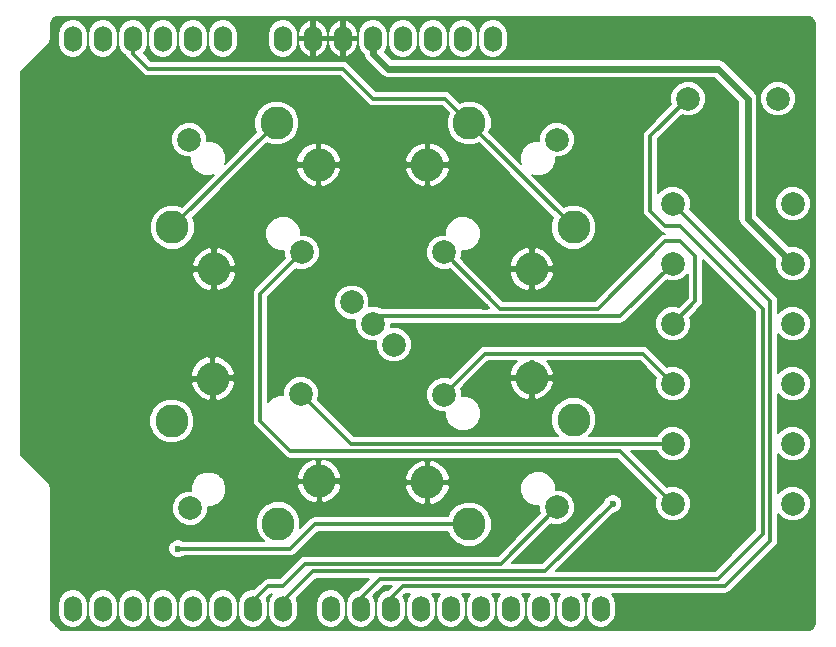
<source format=gbr>
G04 #@! TF.FileFunction,Copper,L2,Bot,Signal*
%FSLAX46Y46*%
G04 Gerber Fmt 4.6, Leading zero omitted, Abs format (unit mm)*
G04 Created by KiCad (PCBNEW 4.0.7) date 05/29/18 01:17:18*
%MOMM*%
%LPD*%
G01*
G04 APERTURE LIST*
%ADD10C,0.100000*%
%ADD11C,0.620000*%
%ADD12O,1.524000X2.199640*%
%ADD13O,1.524000X2.197100*%
%ADD14C,2.000000*%
%ADD15C,2.800000*%
%ADD16C,0.600000*%
%ADD17C,0.600000*%
%ADD18C,0.300000*%
%ADD19C,0.200000*%
G04 APERTURE END LIST*
D10*
D11*
X134874000Y-113030000D03*
X131064000Y-122809000D03*
X170053000Y-97790000D03*
X174371000Y-100965000D03*
X137541000Y-111252000D03*
X126746000Y-92075000D03*
X172339000Y-101981000D03*
X145288000Y-107061000D03*
X150876000Y-121539000D03*
X180594000Y-104013000D03*
X116713000Y-116332000D03*
X154051000Y-120142000D03*
X128905000Y-120777000D03*
X148717000Y-105664000D03*
X155575000Y-104013000D03*
X154432000Y-124587000D03*
X119253000Y-79883000D03*
X183007000Y-79883000D03*
X168783000Y-116586000D03*
X182880000Y-130810000D03*
X158750000Y-125349000D03*
X162560000Y-125984000D03*
X119380000Y-130810000D03*
D12*
X156210000Y-81280000D03*
X153670000Y-81280000D03*
X151130000Y-81280000D03*
X148590000Y-81280000D03*
X146050000Y-81280000D03*
X143510000Y-81280000D03*
X140970000Y-81280000D03*
X138430000Y-81280000D03*
X133350000Y-81280000D03*
X130810000Y-81280000D03*
X128270000Y-81280000D03*
X125730000Y-81280000D03*
X123190000Y-81280000D03*
X120650000Y-81280000D03*
D13*
X120650000Y-129540000D03*
X123190000Y-129540000D03*
X125730000Y-129540000D03*
X128270000Y-129540000D03*
X130810000Y-129540000D03*
X133350000Y-129540000D03*
X135890000Y-129540000D03*
X138430000Y-129540000D03*
X142494000Y-129540000D03*
X145034000Y-129540000D03*
X147574000Y-129540000D03*
X150114000Y-129540000D03*
X152654000Y-129540000D03*
X155194000Y-129540000D03*
X157734000Y-129540000D03*
X160271460Y-129540000D03*
X162814000Y-129540000D03*
X165354000Y-129540000D03*
D14*
X172730000Y-86360000D03*
X180330000Y-86360000D03*
X146050000Y-105410000D03*
X147846051Y-107206051D03*
X144253949Y-103613949D03*
X171450000Y-120650000D03*
X181610000Y-120650000D03*
X171450000Y-115570000D03*
X181610000Y-115570000D03*
X171450000Y-110490000D03*
X181610000Y-110490000D03*
X171450000Y-105410000D03*
X181610000Y-105410000D03*
X171450000Y-100330000D03*
X181610000Y-100330000D03*
X171450000Y-95250000D03*
X181610000Y-95250000D03*
D15*
X129067816Y-97266650D03*
X132603350Y-100802184D03*
X141442184Y-91963350D03*
X137906650Y-88427816D03*
D14*
X140027971Y-99387971D03*
X130482029Y-89842029D03*
D15*
X138014228Y-122344964D03*
X141487520Y-118748265D03*
X132495772Y-110065036D03*
X129022480Y-113661735D03*
D14*
X139943944Y-111349456D03*
X130566056Y-121060544D03*
D15*
X163032184Y-113553350D03*
X159496650Y-110017816D03*
X150657816Y-118856650D03*
X154193350Y-122392184D03*
D14*
X152072029Y-111432029D03*
X161617971Y-120977971D03*
D15*
X154193350Y-88427816D03*
X150657816Y-91963350D03*
X159496650Y-100802184D03*
X163032184Y-97266650D03*
D14*
X152072029Y-99387971D03*
X161617971Y-89842029D03*
D16*
X129540000Y-124460000D03*
X166370000Y-120650000D03*
D17*
X181610000Y-100330000D02*
X177800000Y-96520000D01*
X146050000Y-82550000D02*
X146050000Y-81280000D01*
X147320000Y-83820000D02*
X146050000Y-82550000D01*
X175260000Y-83820000D02*
X147320000Y-83820000D01*
X177800000Y-86360000D02*
X175260000Y-83820000D01*
X177800000Y-96520000D02*
X177800000Y-86360000D01*
D18*
X129067816Y-97266650D02*
X137906650Y-88427816D01*
X154193350Y-122392184D02*
X141132816Y-122392184D01*
X139065000Y-124460000D02*
X129540000Y-124460000D01*
X141132816Y-122392184D02*
X139065000Y-124460000D01*
X154193350Y-88427816D02*
X163032184Y-97266650D01*
X154193350Y-88427816D02*
X152125534Y-86360000D01*
X125730000Y-82550000D02*
X125730000Y-81280000D01*
X127000000Y-83820000D02*
X125730000Y-82550000D01*
X143510000Y-83820000D02*
X127000000Y-83820000D01*
X146050000Y-86360000D02*
X143510000Y-83820000D01*
X152125534Y-86360000D02*
X146050000Y-86360000D01*
X135890000Y-129540000D02*
X135890000Y-128905000D01*
X135890000Y-128905000D02*
X137160000Y-127635000D01*
X138430000Y-127635000D02*
X140335000Y-125730000D01*
X137160000Y-127635000D02*
X138430000Y-127635000D01*
X161617971Y-120977971D02*
X156865942Y-125730000D01*
X156865942Y-125730000D02*
X140335000Y-125730000D01*
X160655000Y-126365000D02*
X166370000Y-120650000D01*
X138430000Y-129540000D02*
X138430000Y-128905000D01*
X138430000Y-128905000D02*
X140970000Y-126365000D01*
X140970000Y-126365000D02*
X160655000Y-126365000D01*
X179070000Y-123190000D02*
X175260000Y-127000000D01*
X172730000Y-86360000D02*
X169545000Y-89545000D01*
X179070000Y-104140000D02*
X179070000Y-106680000D01*
X172085000Y-97155000D02*
X179070000Y-104140000D01*
X170815000Y-97155000D02*
X172085000Y-97155000D01*
X169545000Y-95885000D02*
X170815000Y-97155000D01*
X169545000Y-89545000D02*
X169545000Y-95885000D01*
X179070000Y-106680000D02*
X179070000Y-123190000D01*
X146685000Y-127000000D02*
X145034000Y-128651000D01*
X175260000Y-127000000D02*
X146685000Y-127000000D01*
X145034000Y-128651000D02*
X145034000Y-129540000D01*
X147574000Y-129540000D02*
X147574000Y-128651000D01*
X147574000Y-128651000D02*
X148590000Y-127635000D01*
X148590000Y-127635000D02*
X175895000Y-127635000D01*
X175895000Y-127635000D02*
X179705000Y-123825000D01*
X179705000Y-123825000D02*
X179705000Y-103505000D01*
X179705000Y-103505000D02*
X171450000Y-95250000D01*
X146050000Y-105410000D02*
X146685000Y-104775000D01*
X146685000Y-104775000D02*
X167005000Y-104775000D01*
X167005000Y-104775000D02*
X171450000Y-100330000D01*
X136525000Y-106680000D02*
X136525000Y-102890942D01*
X167005000Y-116205000D02*
X139065000Y-116205000D01*
X139065000Y-116205000D02*
X136525000Y-113665000D01*
X136525000Y-113665000D02*
X136525000Y-106680000D01*
X171450000Y-120650000D02*
X167005000Y-116205000D01*
X136525000Y-102890942D02*
X140027971Y-99387971D01*
X171450000Y-115570000D02*
X149860000Y-115570000D01*
X144164488Y-115570000D02*
X139943944Y-111349456D01*
X149860000Y-115570000D02*
X144164488Y-115570000D01*
X152072029Y-111432029D02*
X155554058Y-107950000D01*
X168910000Y-107950000D02*
X171450000Y-110490000D01*
X155554058Y-107950000D02*
X168910000Y-107950000D01*
X152072029Y-99387971D02*
X156824058Y-104140000D01*
X173355000Y-103505000D02*
X171450000Y-105410000D01*
X173355000Y-99695000D02*
X173355000Y-103505000D01*
X172085000Y-98425000D02*
X173355000Y-99695000D01*
X170815000Y-98425000D02*
X172085000Y-98425000D01*
X165100000Y-104140000D02*
X170815000Y-98425000D01*
X156824058Y-104140000D02*
X165100000Y-104140000D01*
D19*
G36*
X183096588Y-79487110D02*
X183280203Y-79609797D01*
X183402890Y-79793411D01*
X183459500Y-80078006D01*
X183459500Y-130741994D01*
X183402890Y-131026589D01*
X183280203Y-131210203D01*
X183096588Y-131332890D01*
X182811993Y-131389500D01*
X119666014Y-131389500D01*
X118800500Y-130523986D01*
X118800500Y-129172133D01*
X119388000Y-129172133D01*
X119388000Y-129907867D01*
X119484064Y-130390813D01*
X119757631Y-130800236D01*
X120167054Y-131073803D01*
X120650000Y-131169867D01*
X121132946Y-131073803D01*
X121542369Y-130800236D01*
X121815936Y-130390813D01*
X121912000Y-129907867D01*
X121912000Y-129172133D01*
X121928000Y-129172133D01*
X121928000Y-129907867D01*
X122024064Y-130390813D01*
X122297631Y-130800236D01*
X122707054Y-131073803D01*
X123190000Y-131169867D01*
X123672946Y-131073803D01*
X124082369Y-130800236D01*
X124355936Y-130390813D01*
X124452000Y-129907867D01*
X124452000Y-129172133D01*
X124468000Y-129172133D01*
X124468000Y-129907867D01*
X124564064Y-130390813D01*
X124837631Y-130800236D01*
X125247054Y-131073803D01*
X125730000Y-131169867D01*
X126212946Y-131073803D01*
X126622369Y-130800236D01*
X126895936Y-130390813D01*
X126992000Y-129907867D01*
X126992000Y-129172133D01*
X127008000Y-129172133D01*
X127008000Y-129907867D01*
X127104064Y-130390813D01*
X127377631Y-130800236D01*
X127787054Y-131073803D01*
X128270000Y-131169867D01*
X128752946Y-131073803D01*
X129162369Y-130800236D01*
X129435936Y-130390813D01*
X129532000Y-129907867D01*
X129532000Y-129172133D01*
X129548000Y-129172133D01*
X129548000Y-129907867D01*
X129644064Y-130390813D01*
X129917631Y-130800236D01*
X130327054Y-131073803D01*
X130810000Y-131169867D01*
X131292946Y-131073803D01*
X131702369Y-130800236D01*
X131975936Y-130390813D01*
X132072000Y-129907867D01*
X132072000Y-129172133D01*
X132088000Y-129172133D01*
X132088000Y-129907867D01*
X132184064Y-130390813D01*
X132457631Y-130800236D01*
X132867054Y-131073803D01*
X133350000Y-131169867D01*
X133832946Y-131073803D01*
X134242369Y-130800236D01*
X134515936Y-130390813D01*
X134612000Y-129907867D01*
X134612000Y-129172133D01*
X134628000Y-129172133D01*
X134628000Y-129907867D01*
X134724064Y-130390813D01*
X134997631Y-130800236D01*
X135407054Y-131073803D01*
X135890000Y-131169867D01*
X136372946Y-131073803D01*
X136782369Y-130800236D01*
X137055936Y-130390813D01*
X137152000Y-129907867D01*
X137152000Y-129172133D01*
X137055936Y-128689187D01*
X137043565Y-128670673D01*
X137429239Y-128285000D01*
X137534132Y-128285000D01*
X137264064Y-128689187D01*
X137168000Y-129172133D01*
X137168000Y-129907867D01*
X137264064Y-130390813D01*
X137537631Y-130800236D01*
X137947054Y-131073803D01*
X138430000Y-131169867D01*
X138912946Y-131073803D01*
X139322369Y-130800236D01*
X139595936Y-130390813D01*
X139692000Y-129907867D01*
X139692000Y-129172133D01*
X141232000Y-129172133D01*
X141232000Y-129907867D01*
X141328064Y-130390813D01*
X141601631Y-130800236D01*
X142011054Y-131073803D01*
X142494000Y-131169867D01*
X142976946Y-131073803D01*
X143386369Y-130800236D01*
X143659936Y-130390813D01*
X143756000Y-129907867D01*
X143756000Y-129172133D01*
X143659936Y-128689187D01*
X143386369Y-128279764D01*
X142976946Y-128006197D01*
X142494000Y-127910133D01*
X142011054Y-128006197D01*
X141601631Y-128279764D01*
X141328064Y-128689187D01*
X141232000Y-129172133D01*
X139692000Y-129172133D01*
X139595936Y-128689187D01*
X139583565Y-128670673D01*
X141239239Y-127015000D01*
X145750761Y-127015000D01*
X144811339Y-127954423D01*
X144551054Y-128006197D01*
X144141631Y-128279764D01*
X143868064Y-128689187D01*
X143772000Y-129172133D01*
X143772000Y-129907867D01*
X143868064Y-130390813D01*
X144141631Y-130800236D01*
X144551054Y-131073803D01*
X145034000Y-131169867D01*
X145516946Y-131073803D01*
X145926369Y-130800236D01*
X146199936Y-130390813D01*
X146296000Y-129907867D01*
X146296000Y-129172133D01*
X146199936Y-128689187D01*
X146085827Y-128518411D01*
X146954239Y-127650000D01*
X147655762Y-127650000D01*
X147351339Y-127954423D01*
X147091054Y-128006197D01*
X146681631Y-128279764D01*
X146408064Y-128689187D01*
X146312000Y-129172133D01*
X146312000Y-129907867D01*
X146408064Y-130390813D01*
X146681631Y-130800236D01*
X147091054Y-131073803D01*
X147574000Y-131169867D01*
X148056946Y-131073803D01*
X148466369Y-130800236D01*
X148739936Y-130390813D01*
X148836000Y-129907867D01*
X148836000Y-129172133D01*
X148739936Y-128689187D01*
X148625827Y-128518411D01*
X148859238Y-128285000D01*
X149218132Y-128285000D01*
X148948064Y-128689187D01*
X148852000Y-129172133D01*
X148852000Y-129907867D01*
X148948064Y-130390813D01*
X149221631Y-130800236D01*
X149631054Y-131073803D01*
X150114000Y-131169867D01*
X150596946Y-131073803D01*
X151006369Y-130800236D01*
X151279936Y-130390813D01*
X151376000Y-129907867D01*
X151376000Y-129172133D01*
X151279936Y-128689187D01*
X151009868Y-128285000D01*
X151758132Y-128285000D01*
X151488064Y-128689187D01*
X151392000Y-129172133D01*
X151392000Y-129907867D01*
X151488064Y-130390813D01*
X151761631Y-130800236D01*
X152171054Y-131073803D01*
X152654000Y-131169867D01*
X153136946Y-131073803D01*
X153546369Y-130800236D01*
X153819936Y-130390813D01*
X153916000Y-129907867D01*
X153916000Y-129172133D01*
X153819936Y-128689187D01*
X153549868Y-128285000D01*
X154298132Y-128285000D01*
X154028064Y-128689187D01*
X153932000Y-129172133D01*
X153932000Y-129907867D01*
X154028064Y-130390813D01*
X154301631Y-130800236D01*
X154711054Y-131073803D01*
X155194000Y-131169867D01*
X155676946Y-131073803D01*
X156086369Y-130800236D01*
X156359936Y-130390813D01*
X156456000Y-129907867D01*
X156456000Y-129172133D01*
X156359936Y-128689187D01*
X156089868Y-128285000D01*
X156838132Y-128285000D01*
X156568064Y-128689187D01*
X156472000Y-129172133D01*
X156472000Y-129907867D01*
X156568064Y-130390813D01*
X156841631Y-130800236D01*
X157251054Y-131073803D01*
X157734000Y-131169867D01*
X158216946Y-131073803D01*
X158626369Y-130800236D01*
X158899936Y-130390813D01*
X158996000Y-129907867D01*
X158996000Y-129172133D01*
X158899936Y-128689187D01*
X158629868Y-128285000D01*
X159375592Y-128285000D01*
X159105524Y-128689187D01*
X159009460Y-129172133D01*
X159009460Y-129907867D01*
X159105524Y-130390813D01*
X159379091Y-130800236D01*
X159788514Y-131073803D01*
X160271460Y-131169867D01*
X160754406Y-131073803D01*
X161163829Y-130800236D01*
X161437396Y-130390813D01*
X161533460Y-129907867D01*
X161533460Y-129172133D01*
X161437396Y-128689187D01*
X161167328Y-128285000D01*
X161918132Y-128285000D01*
X161648064Y-128689187D01*
X161552000Y-129172133D01*
X161552000Y-129907867D01*
X161648064Y-130390813D01*
X161921631Y-130800236D01*
X162331054Y-131073803D01*
X162814000Y-131169867D01*
X163296946Y-131073803D01*
X163706369Y-130800236D01*
X163979936Y-130390813D01*
X164076000Y-129907867D01*
X164076000Y-129172133D01*
X163979936Y-128689187D01*
X163709868Y-128285000D01*
X164458132Y-128285000D01*
X164188064Y-128689187D01*
X164092000Y-129172133D01*
X164092000Y-129907867D01*
X164188064Y-130390813D01*
X164461631Y-130800236D01*
X164871054Y-131073803D01*
X165354000Y-131169867D01*
X165836946Y-131073803D01*
X166246369Y-130800236D01*
X166519936Y-130390813D01*
X166616000Y-129907867D01*
X166616000Y-129172133D01*
X166519936Y-128689187D01*
X166249868Y-128285000D01*
X175895000Y-128285000D01*
X176102476Y-128243731D01*
X176143745Y-128235522D01*
X176354619Y-128094619D01*
X180164620Y-124284619D01*
X180305522Y-124073744D01*
X180355000Y-123825000D01*
X180355000Y-121515982D01*
X180759209Y-121920897D01*
X181310323Y-122149739D01*
X181907059Y-122150260D01*
X182458572Y-121922380D01*
X182880897Y-121500791D01*
X183109739Y-120949677D01*
X183110260Y-120352941D01*
X182882380Y-119801428D01*
X182460791Y-119379103D01*
X181909677Y-119150261D01*
X181312941Y-119149740D01*
X180761428Y-119377620D01*
X180355000Y-119783340D01*
X180355000Y-116435982D01*
X180759209Y-116840897D01*
X181310323Y-117069739D01*
X181907059Y-117070260D01*
X182458572Y-116842380D01*
X182880897Y-116420791D01*
X183109739Y-115869677D01*
X183110260Y-115272941D01*
X182882380Y-114721428D01*
X182460791Y-114299103D01*
X181909677Y-114070261D01*
X181312941Y-114069740D01*
X180761428Y-114297620D01*
X180355000Y-114703340D01*
X180355000Y-111355982D01*
X180759209Y-111760897D01*
X181310323Y-111989739D01*
X181907059Y-111990260D01*
X182458572Y-111762380D01*
X182880897Y-111340791D01*
X183109739Y-110789677D01*
X183110260Y-110192941D01*
X182882380Y-109641428D01*
X182460791Y-109219103D01*
X181909677Y-108990261D01*
X181312941Y-108989740D01*
X180761428Y-109217620D01*
X180355000Y-109623340D01*
X180355000Y-106275982D01*
X180759209Y-106680897D01*
X181310323Y-106909739D01*
X181907059Y-106910260D01*
X182458572Y-106682380D01*
X182880897Y-106260791D01*
X183109739Y-105709677D01*
X183110260Y-105112941D01*
X182882380Y-104561428D01*
X182460791Y-104139103D01*
X181909677Y-103910261D01*
X181312941Y-103909740D01*
X180761428Y-104137620D01*
X180355000Y-104543340D01*
X180355000Y-103505000D01*
X180305522Y-103256256D01*
X180305522Y-103256255D01*
X180164619Y-103045381D01*
X172867344Y-95748106D01*
X172949739Y-95549677D01*
X172950260Y-94952941D01*
X172722380Y-94401428D01*
X172300791Y-93979103D01*
X171749677Y-93750261D01*
X171152941Y-93749740D01*
X170601428Y-93977620D01*
X170195000Y-94383340D01*
X170195000Y-89814238D01*
X172231894Y-87777344D01*
X172430323Y-87859739D01*
X173027059Y-87860260D01*
X173578572Y-87632380D01*
X174000897Y-87210791D01*
X174229739Y-86659677D01*
X174230260Y-86062941D01*
X174002380Y-85511428D01*
X173580791Y-85089103D01*
X173029677Y-84860261D01*
X172432941Y-84859740D01*
X171881428Y-85087620D01*
X171459103Y-85509209D01*
X171230261Y-86060323D01*
X171229740Y-86657059D01*
X171312765Y-86857996D01*
X169085381Y-89085381D01*
X168944478Y-89296255D01*
X168944478Y-89296256D01*
X168895000Y-89545000D01*
X168895000Y-95885000D01*
X168908788Y-95954315D01*
X168944478Y-96133745D01*
X169085381Y-96344619D01*
X170355380Y-97614619D01*
X170566255Y-97755522D01*
X170607524Y-97763731D01*
X170739590Y-97790000D01*
X170566256Y-97824478D01*
X170355381Y-97965380D01*
X164830762Y-103490000D01*
X157093297Y-103490000D01*
X154859674Y-101256377D01*
X157613424Y-101256377D01*
X157930588Y-101942483D01*
X158486171Y-102454989D01*
X159042457Y-102685410D01*
X159342650Y-102607852D01*
X159342650Y-100956184D01*
X159650650Y-100956184D01*
X159650650Y-102607852D01*
X159950843Y-102685410D01*
X160636949Y-102368246D01*
X161149455Y-101812663D01*
X161379876Y-101256377D01*
X161302318Y-100956184D01*
X159650650Y-100956184D01*
X159342650Y-100956184D01*
X157690982Y-100956184D01*
X157613424Y-101256377D01*
X154859674Y-101256377D01*
X153951288Y-100347991D01*
X157613424Y-100347991D01*
X157690982Y-100648184D01*
X159342650Y-100648184D01*
X159342650Y-98996516D01*
X159650650Y-98996516D01*
X159650650Y-100648184D01*
X161302318Y-100648184D01*
X161379876Y-100347991D01*
X161062712Y-99661885D01*
X160507129Y-99149379D01*
X159950843Y-98918958D01*
X159650650Y-98996516D01*
X159342650Y-98996516D01*
X159042457Y-98918958D01*
X158356351Y-99236122D01*
X157843845Y-99791705D01*
X157613424Y-100347991D01*
X153951288Y-100347991D01*
X153489373Y-99886077D01*
X153571768Y-99687648D01*
X153572109Y-99296902D01*
X153960078Y-99297241D01*
X154511591Y-99069361D01*
X154933916Y-98647772D01*
X155162758Y-98096658D01*
X155163279Y-97499922D01*
X154935399Y-96948409D01*
X154513810Y-96526084D01*
X153962696Y-96297242D01*
X153365960Y-96296721D01*
X152814447Y-96524601D01*
X152392122Y-96946190D01*
X152163280Y-97497304D01*
X152162939Y-97888050D01*
X151774970Y-97887711D01*
X151223457Y-98115591D01*
X150801132Y-98537180D01*
X150572290Y-99088294D01*
X150571769Y-99685030D01*
X150799649Y-100236543D01*
X151221238Y-100658868D01*
X151772352Y-100887710D01*
X152369088Y-100888231D01*
X152570025Y-100805206D01*
X155889819Y-104125000D01*
X146866827Y-104125000D01*
X146349677Y-103910261D01*
X145753691Y-103909741D01*
X145754209Y-103316890D01*
X145526329Y-102765377D01*
X145104740Y-102343052D01*
X144553626Y-102114210D01*
X143956890Y-102113689D01*
X143405377Y-102341569D01*
X142983052Y-102763158D01*
X142754210Y-103314272D01*
X142753689Y-103911008D01*
X142981569Y-104462521D01*
X143403158Y-104884846D01*
X143954272Y-105113688D01*
X144550258Y-105114208D01*
X144549740Y-105707059D01*
X144777620Y-106258572D01*
X145199209Y-106680897D01*
X145750323Y-106909739D01*
X146346309Y-106910259D01*
X146345791Y-107503110D01*
X146573671Y-108054623D01*
X146995260Y-108476948D01*
X147546374Y-108705790D01*
X148143110Y-108706311D01*
X148694623Y-108478431D01*
X149116948Y-108056842D01*
X149345790Y-107505728D01*
X149346311Y-106908992D01*
X149118431Y-106357479D01*
X148696842Y-105935154D01*
X148145728Y-105706312D01*
X147549742Y-105705792D01*
X147549988Y-105425000D01*
X167005000Y-105425000D01*
X167212476Y-105383731D01*
X167253745Y-105375522D01*
X167464619Y-105234619D01*
X170951894Y-101747344D01*
X171150323Y-101829739D01*
X171747059Y-101830260D01*
X172298572Y-101602380D01*
X172705000Y-101196660D01*
X172705000Y-103235761D01*
X171948106Y-103992656D01*
X171749677Y-103910261D01*
X171152941Y-103909740D01*
X170601428Y-104137620D01*
X170179103Y-104559209D01*
X169950261Y-105110323D01*
X169949740Y-105707059D01*
X170177620Y-106258572D01*
X170599209Y-106680897D01*
X171150323Y-106909739D01*
X171747059Y-106910260D01*
X172298572Y-106682380D01*
X172720897Y-106260791D01*
X172949739Y-105709677D01*
X172950260Y-105112941D01*
X172867235Y-104912004D01*
X173814620Y-103964619D01*
X173955522Y-103753744D01*
X174005000Y-103505000D01*
X174005000Y-99994238D01*
X178420000Y-104409239D01*
X178420000Y-122920761D01*
X174990762Y-126350000D01*
X161589238Y-126350000D01*
X166489134Y-121450105D01*
X166528432Y-121450139D01*
X166822572Y-121328603D01*
X167047812Y-121103755D01*
X167169861Y-120809828D01*
X167170139Y-120491568D01*
X167048603Y-120197428D01*
X166823755Y-119972188D01*
X166529828Y-119850139D01*
X166211568Y-119849861D01*
X165917428Y-119971397D01*
X165692188Y-120196245D01*
X165570139Y-120490172D01*
X165570104Y-120530657D01*
X160385762Y-125715000D01*
X157800180Y-125715000D01*
X161119865Y-122395315D01*
X161318294Y-122477710D01*
X161915030Y-122478231D01*
X162466543Y-122250351D01*
X162888868Y-121828762D01*
X163117710Y-121277648D01*
X163118231Y-120680912D01*
X162890351Y-120129399D01*
X162468762Y-119707074D01*
X161917648Y-119478232D01*
X161526902Y-119477891D01*
X161527241Y-119089922D01*
X161299361Y-118538409D01*
X160877772Y-118116084D01*
X160326658Y-117887242D01*
X159729922Y-117886721D01*
X159178409Y-118114601D01*
X158756084Y-118536190D01*
X158527242Y-119087304D01*
X158526721Y-119684040D01*
X158754601Y-120235553D01*
X159176190Y-120657878D01*
X159727304Y-120886720D01*
X160118050Y-120887061D01*
X160117711Y-121275030D01*
X160200736Y-121475967D01*
X156596704Y-125080000D01*
X140335000Y-125080000D01*
X140086256Y-125129478D01*
X139875381Y-125270380D01*
X138160762Y-126985000D01*
X137160000Y-126985000D01*
X136952524Y-127026269D01*
X136911255Y-127034478D01*
X136700380Y-127175381D01*
X135953081Y-127922681D01*
X135890000Y-127910133D01*
X135407054Y-128006197D01*
X134997631Y-128279764D01*
X134724064Y-128689187D01*
X134628000Y-129172133D01*
X134612000Y-129172133D01*
X134515936Y-128689187D01*
X134242369Y-128279764D01*
X133832946Y-128006197D01*
X133350000Y-127910133D01*
X132867054Y-128006197D01*
X132457631Y-128279764D01*
X132184064Y-128689187D01*
X132088000Y-129172133D01*
X132072000Y-129172133D01*
X131975936Y-128689187D01*
X131702369Y-128279764D01*
X131292946Y-128006197D01*
X130810000Y-127910133D01*
X130327054Y-128006197D01*
X129917631Y-128279764D01*
X129644064Y-128689187D01*
X129548000Y-129172133D01*
X129532000Y-129172133D01*
X129435936Y-128689187D01*
X129162369Y-128279764D01*
X128752946Y-128006197D01*
X128270000Y-127910133D01*
X127787054Y-128006197D01*
X127377631Y-128279764D01*
X127104064Y-128689187D01*
X127008000Y-129172133D01*
X126992000Y-129172133D01*
X126895936Y-128689187D01*
X126622369Y-128279764D01*
X126212946Y-128006197D01*
X125730000Y-127910133D01*
X125247054Y-128006197D01*
X124837631Y-128279764D01*
X124564064Y-128689187D01*
X124468000Y-129172133D01*
X124452000Y-129172133D01*
X124355936Y-128689187D01*
X124082369Y-128279764D01*
X123672946Y-128006197D01*
X123190000Y-127910133D01*
X122707054Y-128006197D01*
X122297631Y-128279764D01*
X122024064Y-128689187D01*
X121928000Y-129172133D01*
X121912000Y-129172133D01*
X121815936Y-128689187D01*
X121542369Y-128279764D01*
X121132946Y-128006197D01*
X120650000Y-127910133D01*
X120167054Y-128006197D01*
X119757631Y-128279764D01*
X119484064Y-128689187D01*
X119388000Y-129172133D01*
X118800500Y-129172133D01*
X118800500Y-124618432D01*
X128739861Y-124618432D01*
X128861397Y-124912572D01*
X129086245Y-125137812D01*
X129380172Y-125259861D01*
X129698432Y-125260139D01*
X129992572Y-125138603D01*
X130021225Y-125110000D01*
X139065000Y-125110000D01*
X139272476Y-125068731D01*
X139313745Y-125060522D01*
X139524619Y-124919619D01*
X141402055Y-123042184D01*
X152406122Y-123042184D01*
X152581669Y-123467041D01*
X153115681Y-124001986D01*
X153813759Y-124291853D01*
X154569625Y-124292513D01*
X155268207Y-124003865D01*
X155803152Y-123469853D01*
X156093019Y-122771775D01*
X156093679Y-122015909D01*
X155805031Y-121317327D01*
X155271019Y-120782382D01*
X154572941Y-120492515D01*
X153817075Y-120491855D01*
X153118493Y-120780503D01*
X152583548Y-121314515D01*
X152405965Y-121742184D01*
X141132816Y-121742184D01*
X140884072Y-121791662D01*
X140884070Y-121791663D01*
X140884071Y-121791663D01*
X140673196Y-121932565D01*
X139913926Y-122691836D01*
X139914557Y-121968689D01*
X139625909Y-121270107D01*
X139091897Y-120735162D01*
X138393819Y-120445295D01*
X137637953Y-120444635D01*
X136939371Y-120733283D01*
X136404426Y-121267295D01*
X136114559Y-121965373D01*
X136113899Y-122721239D01*
X136402547Y-123419821D01*
X136792045Y-123810000D01*
X130021519Y-123810000D01*
X129993755Y-123782188D01*
X129699828Y-123660139D01*
X129381568Y-123659861D01*
X129087428Y-123781397D01*
X128862188Y-124006245D01*
X128740139Y-124300172D01*
X128739861Y-124618432D01*
X118800500Y-124618432D01*
X118800500Y-121357603D01*
X129065796Y-121357603D01*
X129293676Y-121909116D01*
X129715265Y-122331441D01*
X130266379Y-122560283D01*
X130863115Y-122560804D01*
X131414628Y-122332924D01*
X131836953Y-121911335D01*
X132065795Y-121360221D01*
X132066160Y-120941975D01*
X132426096Y-120942289D01*
X132977609Y-120714409D01*
X133399934Y-120292820D01*
X133628776Y-119741706D01*
X133629218Y-119235256D01*
X139612508Y-119235256D01*
X139941597Y-119915722D01*
X140506040Y-120418454D01*
X141066263Y-120639131D01*
X141365057Y-120556346D01*
X141336231Y-118904929D01*
X139684815Y-118933755D01*
X139612508Y-119235256D01*
X133629218Y-119235256D01*
X133629297Y-119144970D01*
X133527894Y-118899554D01*
X141644184Y-118899554D01*
X141673010Y-120550970D01*
X141974511Y-120623277D01*
X142654977Y-120294188D01*
X143157709Y-119729745D01*
X143322718Y-119310843D01*
X148774590Y-119310843D01*
X149091754Y-119996949D01*
X149647337Y-120509455D01*
X150203623Y-120739876D01*
X150503816Y-120662318D01*
X150503816Y-119010650D01*
X150811816Y-119010650D01*
X150811816Y-120662318D01*
X151112009Y-120739876D01*
X151798115Y-120422712D01*
X152310621Y-119867129D01*
X152541042Y-119310843D01*
X152463484Y-119010650D01*
X150811816Y-119010650D01*
X150503816Y-119010650D01*
X148852148Y-119010650D01*
X148774590Y-119310843D01*
X143322718Y-119310843D01*
X143378386Y-119169522D01*
X143295601Y-118870728D01*
X141644184Y-118899554D01*
X133527894Y-118899554D01*
X133401417Y-118593457D01*
X133135433Y-118327008D01*
X139596654Y-118327008D01*
X139679439Y-118625802D01*
X141330856Y-118596976D01*
X141302030Y-116945560D01*
X141279614Y-116940184D01*
X141609983Y-116940184D01*
X141638809Y-118591601D01*
X143290225Y-118562775D01*
X143328673Y-118402457D01*
X148774590Y-118402457D01*
X148852148Y-118702650D01*
X150503816Y-118702650D01*
X150503816Y-117050982D01*
X150811816Y-117050982D01*
X150811816Y-118702650D01*
X152463484Y-118702650D01*
X152541042Y-118402457D01*
X152223878Y-117716351D01*
X151668295Y-117203845D01*
X151112009Y-116973424D01*
X150811816Y-117050982D01*
X150503816Y-117050982D01*
X150203623Y-116973424D01*
X149517517Y-117290588D01*
X149005011Y-117846171D01*
X148774590Y-118402457D01*
X143328673Y-118402457D01*
X143362532Y-118261274D01*
X143033443Y-117580808D01*
X142469000Y-117078076D01*
X141908777Y-116857399D01*
X141609983Y-116940184D01*
X141279614Y-116940184D01*
X141000529Y-116873253D01*
X140320063Y-117202342D01*
X139817331Y-117766785D01*
X139596654Y-118327008D01*
X133135433Y-118327008D01*
X132979828Y-118171132D01*
X132428714Y-117942290D01*
X131831978Y-117941769D01*
X131280465Y-118169649D01*
X130858140Y-118591238D01*
X130629298Y-119142352D01*
X130628933Y-119560598D01*
X130268997Y-119560284D01*
X129717484Y-119788164D01*
X129295159Y-120209753D01*
X129066317Y-120760867D01*
X129065796Y-121357603D01*
X118800500Y-121357603D01*
X118800500Y-119380000D01*
X118747939Y-119115757D01*
X118728927Y-119087304D01*
X118598257Y-118891742D01*
X116260500Y-116553986D01*
X116260500Y-114038010D01*
X127122151Y-114038010D01*
X127410799Y-114736592D01*
X127944811Y-115271537D01*
X128642889Y-115561404D01*
X129398755Y-115562064D01*
X130097337Y-115273416D01*
X130632282Y-114739404D01*
X130922149Y-114041326D01*
X130922809Y-113285460D01*
X130634161Y-112586878D01*
X130100149Y-112051933D01*
X129402071Y-111762066D01*
X128646205Y-111761406D01*
X127947623Y-112050054D01*
X127412678Y-112584066D01*
X127122811Y-113282144D01*
X127122151Y-114038010D01*
X116260500Y-114038010D01*
X116260500Y-110552027D01*
X130620760Y-110552027D01*
X130949849Y-111232493D01*
X131514292Y-111735225D01*
X132074515Y-111955902D01*
X132373309Y-111873117D01*
X132344483Y-110221700D01*
X130693067Y-110250526D01*
X130620760Y-110552027D01*
X116260500Y-110552027D01*
X116260500Y-110216325D01*
X132652436Y-110216325D01*
X132681262Y-111867741D01*
X132982763Y-111940048D01*
X133663229Y-111610959D01*
X134165961Y-111046516D01*
X134386638Y-110486293D01*
X134303853Y-110187499D01*
X132652436Y-110216325D01*
X116260500Y-110216325D01*
X116260500Y-109643779D01*
X130604906Y-109643779D01*
X130687691Y-109942573D01*
X132339108Y-109913747D01*
X132310282Y-108262331D01*
X132287866Y-108256955D01*
X132618235Y-108256955D01*
X132647061Y-109908372D01*
X134298477Y-109879546D01*
X134370784Y-109578045D01*
X134041695Y-108897579D01*
X133477252Y-108394847D01*
X132917029Y-108174170D01*
X132618235Y-108256955D01*
X132287866Y-108256955D01*
X132008781Y-108190024D01*
X131328315Y-108519113D01*
X130825583Y-109083556D01*
X130604906Y-109643779D01*
X116260500Y-109643779D01*
X116260500Y-102890942D01*
X135875000Y-102890942D01*
X135875000Y-113665000D01*
X135905144Y-113816543D01*
X135924478Y-113913745D01*
X136065381Y-114124619D01*
X138605380Y-116664619D01*
X138746283Y-116758767D01*
X138816256Y-116805522D01*
X139065000Y-116855000D01*
X166735762Y-116855000D01*
X170032656Y-120151894D01*
X169950261Y-120350323D01*
X169949740Y-120947059D01*
X170177620Y-121498572D01*
X170599209Y-121920897D01*
X171150323Y-122149739D01*
X171747059Y-122150260D01*
X172298572Y-121922380D01*
X172720897Y-121500791D01*
X172949739Y-120949677D01*
X172950260Y-120352941D01*
X172722380Y-119801428D01*
X172300791Y-119379103D01*
X171749677Y-119150261D01*
X171152941Y-119149740D01*
X170952004Y-119232765D01*
X167939238Y-116220000D01*
X170095572Y-116220000D01*
X170177620Y-116418572D01*
X170599209Y-116840897D01*
X171150323Y-117069739D01*
X171747059Y-117070260D01*
X172298572Y-116842380D01*
X172720897Y-116420791D01*
X172949739Y-115869677D01*
X172950260Y-115272941D01*
X172722380Y-114721428D01*
X172300791Y-114299103D01*
X171749677Y-114070261D01*
X171152941Y-114069740D01*
X170601428Y-114297620D01*
X170179103Y-114719209D01*
X170095727Y-114920000D01*
X164352500Y-114920000D01*
X164641986Y-114631019D01*
X164931853Y-113932941D01*
X164932513Y-113177075D01*
X164643865Y-112478493D01*
X164109853Y-111943548D01*
X163411775Y-111653681D01*
X162655909Y-111653021D01*
X161957327Y-111941669D01*
X161422382Y-112475681D01*
X161132515Y-113173759D01*
X161131855Y-113929625D01*
X161420503Y-114628207D01*
X161711787Y-114920000D01*
X144433727Y-114920000D01*
X141361288Y-111847562D01*
X141410482Y-111729088D01*
X150571769Y-111729088D01*
X150799649Y-112280601D01*
X151221238Y-112702926D01*
X151772352Y-112931768D01*
X152163098Y-112932109D01*
X152162759Y-113320078D01*
X152390639Y-113871591D01*
X152812228Y-114293916D01*
X153363342Y-114522758D01*
X153960078Y-114523279D01*
X154511591Y-114295399D01*
X154933916Y-113873810D01*
X155162758Y-113322696D01*
X155163279Y-112725960D01*
X154935399Y-112174447D01*
X154513810Y-111752122D01*
X153962696Y-111523280D01*
X153571950Y-111522939D01*
X153572289Y-111134970D01*
X153489264Y-110934033D01*
X153951288Y-110472009D01*
X157613424Y-110472009D01*
X157930588Y-111158115D01*
X158486171Y-111670621D01*
X159042457Y-111901042D01*
X159342650Y-111823484D01*
X159342650Y-110171816D01*
X159650650Y-110171816D01*
X159650650Y-111823484D01*
X159950843Y-111901042D01*
X160636949Y-111583878D01*
X161149455Y-111028295D01*
X161379876Y-110472009D01*
X161302318Y-110171816D01*
X159650650Y-110171816D01*
X159342650Y-110171816D01*
X157690982Y-110171816D01*
X157613424Y-110472009D01*
X153951288Y-110472009D01*
X155823297Y-108600000D01*
X158219599Y-108600000D01*
X157843845Y-109007337D01*
X157613424Y-109563623D01*
X157690982Y-109863816D01*
X159342650Y-109863816D01*
X159342650Y-108600000D01*
X159650650Y-108600000D01*
X159650650Y-109863816D01*
X161302318Y-109863816D01*
X161379876Y-109563623D01*
X161062712Y-108877517D01*
X160761869Y-108600000D01*
X168640762Y-108600000D01*
X170032656Y-109991894D01*
X169950261Y-110190323D01*
X169949740Y-110787059D01*
X170177620Y-111338572D01*
X170599209Y-111760897D01*
X171150323Y-111989739D01*
X171747059Y-111990260D01*
X172298572Y-111762380D01*
X172720897Y-111340791D01*
X172949739Y-110789677D01*
X172950260Y-110192941D01*
X172722380Y-109641428D01*
X172300791Y-109219103D01*
X171749677Y-108990261D01*
X171152941Y-108989740D01*
X170952004Y-109072765D01*
X169369619Y-107490381D01*
X169158745Y-107349478D01*
X169117476Y-107341269D01*
X168910000Y-107300000D01*
X155554058Y-107300000D01*
X155305314Y-107349478D01*
X155094439Y-107490380D01*
X152570135Y-110014685D01*
X152371706Y-109932290D01*
X151774970Y-109931769D01*
X151223457Y-110159649D01*
X150801132Y-110581238D01*
X150572290Y-111132352D01*
X150571769Y-111729088D01*
X141410482Y-111729088D01*
X141443683Y-111649133D01*
X141444204Y-111052397D01*
X141216324Y-110500884D01*
X140794735Y-110078559D01*
X140243621Y-109849717D01*
X139646885Y-109849196D01*
X139095372Y-110077076D01*
X138673047Y-110498665D01*
X138444205Y-111049779D01*
X138443840Y-111468025D01*
X138083904Y-111467711D01*
X137532391Y-111695591D01*
X137175000Y-112052359D01*
X137175000Y-103160180D01*
X139529865Y-100805315D01*
X139728294Y-100887710D01*
X140325030Y-100888231D01*
X140876543Y-100660351D01*
X141298868Y-100238762D01*
X141527710Y-99687648D01*
X141528231Y-99090912D01*
X141300351Y-98539399D01*
X140878762Y-98117074D01*
X140327648Y-97888232D01*
X139936902Y-97887891D01*
X139937241Y-97499922D01*
X139709361Y-96948409D01*
X139287772Y-96526084D01*
X138736658Y-96297242D01*
X138139922Y-96296721D01*
X137588409Y-96524601D01*
X137166084Y-96946190D01*
X136937242Y-97497304D01*
X136936721Y-98094040D01*
X137164601Y-98645553D01*
X137586190Y-99067878D01*
X138137304Y-99296720D01*
X138528050Y-99297061D01*
X138527711Y-99685030D01*
X138610736Y-99885968D01*
X136065381Y-102431323D01*
X135924478Y-102642197D01*
X135924478Y-102642198D01*
X135875000Y-102890942D01*
X116260500Y-102890942D01*
X116260500Y-101256377D01*
X130720124Y-101256377D01*
X131037288Y-101942483D01*
X131592871Y-102454989D01*
X132149157Y-102685410D01*
X132449350Y-102607852D01*
X132449350Y-100956184D01*
X132757350Y-100956184D01*
X132757350Y-102607852D01*
X133057543Y-102685410D01*
X133743649Y-102368246D01*
X134256155Y-101812663D01*
X134486576Y-101256377D01*
X134409018Y-100956184D01*
X132757350Y-100956184D01*
X132449350Y-100956184D01*
X130797682Y-100956184D01*
X130720124Y-101256377D01*
X116260500Y-101256377D01*
X116260500Y-100347991D01*
X130720124Y-100347991D01*
X130797682Y-100648184D01*
X132449350Y-100648184D01*
X132449350Y-98996516D01*
X132757350Y-98996516D01*
X132757350Y-100648184D01*
X134409018Y-100648184D01*
X134486576Y-100347991D01*
X134169412Y-99661885D01*
X133613829Y-99149379D01*
X133057543Y-98918958D01*
X132757350Y-98996516D01*
X132449350Y-98996516D01*
X132149157Y-98918958D01*
X131463051Y-99236122D01*
X130950545Y-99791705D01*
X130720124Y-100347991D01*
X116260500Y-100347991D01*
X116260500Y-97642925D01*
X127167487Y-97642925D01*
X127456135Y-98341507D01*
X127990147Y-98876452D01*
X128688225Y-99166319D01*
X129444091Y-99166979D01*
X130142673Y-98878331D01*
X130677618Y-98344319D01*
X130967485Y-97646241D01*
X130968145Y-96890375D01*
X130791308Y-96462396D01*
X134836161Y-92417543D01*
X139558958Y-92417543D01*
X139876122Y-93103649D01*
X140431705Y-93616155D01*
X140987991Y-93846576D01*
X141288184Y-93769018D01*
X141288184Y-92117350D01*
X141596184Y-92117350D01*
X141596184Y-93769018D01*
X141896377Y-93846576D01*
X142582483Y-93529412D01*
X143094989Y-92973829D01*
X143325410Y-92417543D01*
X148774590Y-92417543D01*
X149091754Y-93103649D01*
X149647337Y-93616155D01*
X150203623Y-93846576D01*
X150503816Y-93769018D01*
X150503816Y-92117350D01*
X150811816Y-92117350D01*
X150811816Y-93769018D01*
X151112009Y-93846576D01*
X151798115Y-93529412D01*
X152310621Y-92973829D01*
X152541042Y-92417543D01*
X152463484Y-92117350D01*
X150811816Y-92117350D01*
X150503816Y-92117350D01*
X148852148Y-92117350D01*
X148774590Y-92417543D01*
X143325410Y-92417543D01*
X143247852Y-92117350D01*
X141596184Y-92117350D01*
X141288184Y-92117350D01*
X139636516Y-92117350D01*
X139558958Y-92417543D01*
X134836161Y-92417543D01*
X135744547Y-91509157D01*
X139558958Y-91509157D01*
X139636516Y-91809350D01*
X141288184Y-91809350D01*
X141288184Y-90157682D01*
X141596184Y-90157682D01*
X141596184Y-91809350D01*
X143247852Y-91809350D01*
X143325410Y-91509157D01*
X148774590Y-91509157D01*
X148852148Y-91809350D01*
X150503816Y-91809350D01*
X150503816Y-90157682D01*
X150811816Y-90157682D01*
X150811816Y-91809350D01*
X152463484Y-91809350D01*
X152541042Y-91509157D01*
X152223878Y-90823051D01*
X151668295Y-90310545D01*
X151112009Y-90080124D01*
X150811816Y-90157682D01*
X150503816Y-90157682D01*
X150203623Y-90080124D01*
X149517517Y-90397288D01*
X149005011Y-90952871D01*
X148774590Y-91509157D01*
X143325410Y-91509157D01*
X143008246Y-90823051D01*
X142452663Y-90310545D01*
X141896377Y-90080124D01*
X141596184Y-90157682D01*
X141288184Y-90157682D01*
X140987991Y-90080124D01*
X140301885Y-90397288D01*
X139789379Y-90952871D01*
X139558958Y-91509157D01*
X135744547Y-91509157D01*
X137102508Y-90151196D01*
X137527059Y-90327485D01*
X138282925Y-90328145D01*
X138981507Y-90039497D01*
X139516452Y-89505485D01*
X139806319Y-88807407D01*
X139806979Y-88051541D01*
X139518331Y-87352959D01*
X138984319Y-86818014D01*
X138286241Y-86528147D01*
X137530375Y-86527487D01*
X136831793Y-86816135D01*
X136296848Y-87350147D01*
X136006981Y-88048225D01*
X136006321Y-88804091D01*
X136183158Y-89232070D01*
X133494809Y-91920419D01*
X133572758Y-91732696D01*
X133573279Y-91135960D01*
X133345399Y-90584447D01*
X132923810Y-90162122D01*
X132372696Y-89933280D01*
X131981950Y-89932939D01*
X131982289Y-89544970D01*
X131754409Y-88993457D01*
X131332820Y-88571132D01*
X130781706Y-88342290D01*
X130184970Y-88341769D01*
X129633457Y-88569649D01*
X129211132Y-88991238D01*
X128982290Y-89542352D01*
X128981769Y-90139088D01*
X129209649Y-90690601D01*
X129631238Y-91112926D01*
X130182352Y-91341768D01*
X130573098Y-91342109D01*
X130572759Y-91730078D01*
X130800639Y-92281591D01*
X131222228Y-92703916D01*
X131773342Y-92932758D01*
X132370078Y-92933279D01*
X132560721Y-92854507D01*
X129871958Y-95543270D01*
X129447407Y-95366981D01*
X128691541Y-95366321D01*
X127992959Y-95654969D01*
X127458014Y-96188981D01*
X127168147Y-96887059D01*
X127167487Y-97642925D01*
X116260500Y-97642925D01*
X116260500Y-84106014D01*
X118598257Y-81768258D01*
X118747939Y-81544243D01*
X118800500Y-81280000D01*
X118800500Y-80910838D01*
X119388000Y-80910838D01*
X119388000Y-81649162D01*
X119484064Y-82132108D01*
X119757631Y-82541531D01*
X120167054Y-82815098D01*
X120650000Y-82911162D01*
X121132946Y-82815098D01*
X121542369Y-82541531D01*
X121815936Y-82132108D01*
X121912000Y-81649162D01*
X121912000Y-80910838D01*
X121928000Y-80910838D01*
X121928000Y-81649162D01*
X122024064Y-82132108D01*
X122297631Y-82541531D01*
X122707054Y-82815098D01*
X123190000Y-82911162D01*
X123672946Y-82815098D01*
X124082369Y-82541531D01*
X124355936Y-82132108D01*
X124452000Y-81649162D01*
X124452000Y-80910838D01*
X124468000Y-80910838D01*
X124468000Y-81649162D01*
X124564064Y-82132108D01*
X124837631Y-82541531D01*
X125115208Y-82727001D01*
X125118657Y-82744343D01*
X125129478Y-82798745D01*
X125270381Y-83009619D01*
X126540380Y-84279619D01*
X126751255Y-84420522D01*
X126792524Y-84428731D01*
X127000000Y-84470000D01*
X143240762Y-84470000D01*
X145590380Y-86819619D01*
X145731283Y-86913767D01*
X145801256Y-86960522D01*
X146050000Y-87010000D01*
X151856296Y-87010000D01*
X152469970Y-87623674D01*
X152293681Y-88048225D01*
X152293021Y-88804091D01*
X152581669Y-89502673D01*
X153115681Y-90037618D01*
X153813759Y-90327485D01*
X154569625Y-90328145D01*
X154997604Y-90151308D01*
X161308804Y-96462508D01*
X161132515Y-96887059D01*
X161131855Y-97642925D01*
X161420503Y-98341507D01*
X161954515Y-98876452D01*
X162652593Y-99166319D01*
X163408459Y-99166979D01*
X164107041Y-98878331D01*
X164641986Y-98344319D01*
X164931853Y-97646241D01*
X164932513Y-96890375D01*
X164643865Y-96191793D01*
X164109853Y-95656848D01*
X163411775Y-95366981D01*
X162655909Y-95366321D01*
X162227930Y-95543158D01*
X159539581Y-92854809D01*
X159727304Y-92932758D01*
X160324040Y-92933279D01*
X160875553Y-92705399D01*
X161297878Y-92283810D01*
X161526720Y-91732696D01*
X161527061Y-91341950D01*
X161915030Y-91342289D01*
X162466543Y-91114409D01*
X162888868Y-90692820D01*
X163117710Y-90141706D01*
X163118231Y-89544970D01*
X162890351Y-88993457D01*
X162468762Y-88571132D01*
X161917648Y-88342290D01*
X161320912Y-88341769D01*
X160769399Y-88569649D01*
X160347074Y-88991238D01*
X160118232Y-89542352D01*
X160117891Y-89933098D01*
X159729922Y-89932759D01*
X159178409Y-90160639D01*
X158756084Y-90582228D01*
X158527242Y-91133342D01*
X158526721Y-91730078D01*
X158605493Y-91920721D01*
X155916730Y-89231958D01*
X156093019Y-88807407D01*
X156093679Y-88051541D01*
X155805031Y-87352959D01*
X155271019Y-86818014D01*
X154572941Y-86528147D01*
X153817075Y-86527487D01*
X153389096Y-86704324D01*
X152585153Y-85900381D01*
X152374279Y-85759478D01*
X152333010Y-85751269D01*
X152125534Y-85710000D01*
X146319239Y-85710000D01*
X143969619Y-83360381D01*
X143758745Y-83219478D01*
X143717476Y-83211269D01*
X143510000Y-83170000D01*
X127269239Y-83170000D01*
X126629739Y-82530501D01*
X126895936Y-82132108D01*
X126992000Y-81649162D01*
X126992000Y-80910838D01*
X127008000Y-80910838D01*
X127008000Y-81649162D01*
X127104064Y-82132108D01*
X127377631Y-82541531D01*
X127787054Y-82815098D01*
X128270000Y-82911162D01*
X128752946Y-82815098D01*
X129162369Y-82541531D01*
X129435936Y-82132108D01*
X129532000Y-81649162D01*
X129532000Y-80910838D01*
X129548000Y-80910838D01*
X129548000Y-81649162D01*
X129644064Y-82132108D01*
X129917631Y-82541531D01*
X130327054Y-82815098D01*
X130810000Y-82911162D01*
X131292946Y-82815098D01*
X131702369Y-82541531D01*
X131975936Y-82132108D01*
X132072000Y-81649162D01*
X132072000Y-80910838D01*
X132088000Y-80910838D01*
X132088000Y-81649162D01*
X132184064Y-82132108D01*
X132457631Y-82541531D01*
X132867054Y-82815098D01*
X133350000Y-82911162D01*
X133832946Y-82815098D01*
X134242369Y-82541531D01*
X134515936Y-82132108D01*
X134612000Y-81649162D01*
X134612000Y-80910838D01*
X137168000Y-80910838D01*
X137168000Y-81649162D01*
X137264064Y-82132108D01*
X137537631Y-82541531D01*
X137947054Y-82815098D01*
X138430000Y-82911162D01*
X138912946Y-82815098D01*
X139322369Y-82541531D01*
X139595936Y-82132108D01*
X139692000Y-81649162D01*
X139692000Y-81434000D01*
X139708000Y-81434000D01*
X139708000Y-81771820D01*
X139862997Y-82243044D01*
X140186525Y-82619083D01*
X140621951Y-82830877D01*
X140816000Y-82744343D01*
X140816000Y-81434000D01*
X141124000Y-81434000D01*
X141124000Y-82744343D01*
X141318049Y-82830877D01*
X141753475Y-82619083D01*
X142077003Y-82243044D01*
X142232000Y-81771820D01*
X142232000Y-81434000D01*
X142248000Y-81434000D01*
X142248000Y-81771820D01*
X142402997Y-82243044D01*
X142726525Y-82619083D01*
X143161951Y-82830877D01*
X143356000Y-82744343D01*
X143356000Y-81434000D01*
X143664000Y-81434000D01*
X143664000Y-82744343D01*
X143858049Y-82830877D01*
X144293475Y-82619083D01*
X144617003Y-82243044D01*
X144772000Y-81771820D01*
X144772000Y-81434000D01*
X143664000Y-81434000D01*
X143356000Y-81434000D01*
X142248000Y-81434000D01*
X142232000Y-81434000D01*
X141124000Y-81434000D01*
X140816000Y-81434000D01*
X139708000Y-81434000D01*
X139692000Y-81434000D01*
X139692000Y-80910838D01*
X139667602Y-80788180D01*
X139708000Y-80788180D01*
X139708000Y-81126000D01*
X140816000Y-81126000D01*
X140816000Y-79815657D01*
X141124000Y-79815657D01*
X141124000Y-81126000D01*
X142232000Y-81126000D01*
X142232000Y-80788180D01*
X142248000Y-80788180D01*
X142248000Y-81126000D01*
X143356000Y-81126000D01*
X143356000Y-79815657D01*
X143664000Y-79815657D01*
X143664000Y-81126000D01*
X144772000Y-81126000D01*
X144772000Y-80910838D01*
X144788000Y-80910838D01*
X144788000Y-81649162D01*
X144884064Y-82132108D01*
X145157631Y-82541531D01*
X145262216Y-82611412D01*
X145288657Y-82744343D01*
X145310896Y-82856147D01*
X145484315Y-83115685D01*
X146754314Y-84385685D01*
X146880500Y-84470000D01*
X147013853Y-84559104D01*
X147320000Y-84620000D01*
X174928630Y-84620000D01*
X177000000Y-86691371D01*
X177000000Y-96520000D01*
X177045698Y-96749739D01*
X177060896Y-96826147D01*
X177234315Y-97085685D01*
X180130415Y-99981786D01*
X180110261Y-100030323D01*
X180109740Y-100627059D01*
X180337620Y-101178572D01*
X180759209Y-101600897D01*
X181310323Y-101829739D01*
X181907059Y-101830260D01*
X182458572Y-101602380D01*
X182880897Y-101180791D01*
X183109739Y-100629677D01*
X183110260Y-100032941D01*
X182882380Y-99481428D01*
X182460791Y-99059103D01*
X181909677Y-98830261D01*
X181312941Y-98829740D01*
X181262113Y-98850742D01*
X178600000Y-96188630D01*
X178600000Y-95547059D01*
X180109740Y-95547059D01*
X180337620Y-96098572D01*
X180759209Y-96520897D01*
X181310323Y-96749739D01*
X181907059Y-96750260D01*
X182458572Y-96522380D01*
X182880897Y-96100791D01*
X183109739Y-95549677D01*
X183110260Y-94952941D01*
X182882380Y-94401428D01*
X182460791Y-93979103D01*
X181909677Y-93750261D01*
X181312941Y-93749740D01*
X180761428Y-93977620D01*
X180339103Y-94399209D01*
X180110261Y-94950323D01*
X180109740Y-95547059D01*
X178600000Y-95547059D01*
X178600000Y-86657059D01*
X178829740Y-86657059D01*
X179057620Y-87208572D01*
X179479209Y-87630897D01*
X180030323Y-87859739D01*
X180627059Y-87860260D01*
X181178572Y-87632380D01*
X181600897Y-87210791D01*
X181829739Y-86659677D01*
X181830260Y-86062941D01*
X181602380Y-85511428D01*
X181180791Y-85089103D01*
X180629677Y-84860261D01*
X180032941Y-84859740D01*
X179481428Y-85087620D01*
X179059103Y-85509209D01*
X178830261Y-86060323D01*
X178829740Y-86657059D01*
X178600000Y-86657059D01*
X178600000Y-86360000D01*
X178539104Y-86053853D01*
X178436556Y-85900380D01*
X178365685Y-85794314D01*
X175825685Y-83254315D01*
X175566147Y-83080896D01*
X175260000Y-83020000D01*
X147651371Y-83020000D01*
X147034707Y-82403337D01*
X147215936Y-82132108D01*
X147312000Y-81649162D01*
X147312000Y-80910838D01*
X147328000Y-80910838D01*
X147328000Y-81649162D01*
X147424064Y-82132108D01*
X147697631Y-82541531D01*
X148107054Y-82815098D01*
X148590000Y-82911162D01*
X149072946Y-82815098D01*
X149482369Y-82541531D01*
X149755936Y-82132108D01*
X149852000Y-81649162D01*
X149852000Y-80910838D01*
X149868000Y-80910838D01*
X149868000Y-81649162D01*
X149964064Y-82132108D01*
X150237631Y-82541531D01*
X150647054Y-82815098D01*
X151130000Y-82911162D01*
X151612946Y-82815098D01*
X152022369Y-82541531D01*
X152295936Y-82132108D01*
X152392000Y-81649162D01*
X152392000Y-80910838D01*
X152408000Y-80910838D01*
X152408000Y-81649162D01*
X152504064Y-82132108D01*
X152777631Y-82541531D01*
X153187054Y-82815098D01*
X153670000Y-82911162D01*
X154152946Y-82815098D01*
X154562369Y-82541531D01*
X154835936Y-82132108D01*
X154932000Y-81649162D01*
X154932000Y-80910838D01*
X154948000Y-80910838D01*
X154948000Y-81649162D01*
X155044064Y-82132108D01*
X155317631Y-82541531D01*
X155727054Y-82815098D01*
X156210000Y-82911162D01*
X156692946Y-82815098D01*
X157102369Y-82541531D01*
X157375936Y-82132108D01*
X157472000Y-81649162D01*
X157472000Y-80910838D01*
X157375936Y-80427892D01*
X157102369Y-80018469D01*
X156692946Y-79744902D01*
X156210000Y-79648838D01*
X155727054Y-79744902D01*
X155317631Y-80018469D01*
X155044064Y-80427892D01*
X154948000Y-80910838D01*
X154932000Y-80910838D01*
X154835936Y-80427892D01*
X154562369Y-80018469D01*
X154152946Y-79744902D01*
X153670000Y-79648838D01*
X153187054Y-79744902D01*
X152777631Y-80018469D01*
X152504064Y-80427892D01*
X152408000Y-80910838D01*
X152392000Y-80910838D01*
X152295936Y-80427892D01*
X152022369Y-80018469D01*
X151612946Y-79744902D01*
X151130000Y-79648838D01*
X150647054Y-79744902D01*
X150237631Y-80018469D01*
X149964064Y-80427892D01*
X149868000Y-80910838D01*
X149852000Y-80910838D01*
X149755936Y-80427892D01*
X149482369Y-80018469D01*
X149072946Y-79744902D01*
X148590000Y-79648838D01*
X148107054Y-79744902D01*
X147697631Y-80018469D01*
X147424064Y-80427892D01*
X147328000Y-80910838D01*
X147312000Y-80910838D01*
X147215936Y-80427892D01*
X146942369Y-80018469D01*
X146532946Y-79744902D01*
X146050000Y-79648838D01*
X145567054Y-79744902D01*
X145157631Y-80018469D01*
X144884064Y-80427892D01*
X144788000Y-80910838D01*
X144772000Y-80910838D01*
X144772000Y-80788180D01*
X144617003Y-80316956D01*
X144293475Y-79940917D01*
X143858049Y-79729123D01*
X143664000Y-79815657D01*
X143356000Y-79815657D01*
X143161951Y-79729123D01*
X142726525Y-79940917D01*
X142402997Y-80316956D01*
X142248000Y-80788180D01*
X142232000Y-80788180D01*
X142077003Y-80316956D01*
X141753475Y-79940917D01*
X141318049Y-79729123D01*
X141124000Y-79815657D01*
X140816000Y-79815657D01*
X140621951Y-79729123D01*
X140186525Y-79940917D01*
X139862997Y-80316956D01*
X139708000Y-80788180D01*
X139667602Y-80788180D01*
X139595936Y-80427892D01*
X139322369Y-80018469D01*
X138912946Y-79744902D01*
X138430000Y-79648838D01*
X137947054Y-79744902D01*
X137537631Y-80018469D01*
X137264064Y-80427892D01*
X137168000Y-80910838D01*
X134612000Y-80910838D01*
X134515936Y-80427892D01*
X134242369Y-80018469D01*
X133832946Y-79744902D01*
X133350000Y-79648838D01*
X132867054Y-79744902D01*
X132457631Y-80018469D01*
X132184064Y-80427892D01*
X132088000Y-80910838D01*
X132072000Y-80910838D01*
X131975936Y-80427892D01*
X131702369Y-80018469D01*
X131292946Y-79744902D01*
X130810000Y-79648838D01*
X130327054Y-79744902D01*
X129917631Y-80018469D01*
X129644064Y-80427892D01*
X129548000Y-80910838D01*
X129532000Y-80910838D01*
X129435936Y-80427892D01*
X129162369Y-80018469D01*
X128752946Y-79744902D01*
X128270000Y-79648838D01*
X127787054Y-79744902D01*
X127377631Y-80018469D01*
X127104064Y-80427892D01*
X127008000Y-80910838D01*
X126992000Y-80910838D01*
X126895936Y-80427892D01*
X126622369Y-80018469D01*
X126212946Y-79744902D01*
X125730000Y-79648838D01*
X125247054Y-79744902D01*
X124837631Y-80018469D01*
X124564064Y-80427892D01*
X124468000Y-80910838D01*
X124452000Y-80910838D01*
X124355936Y-80427892D01*
X124082369Y-80018469D01*
X123672946Y-79744902D01*
X123190000Y-79648838D01*
X122707054Y-79744902D01*
X122297631Y-80018469D01*
X122024064Y-80427892D01*
X121928000Y-80910838D01*
X121912000Y-80910838D01*
X121815936Y-80427892D01*
X121542369Y-80018469D01*
X121132946Y-79744902D01*
X120650000Y-79648838D01*
X120167054Y-79744902D01*
X119757631Y-80018469D01*
X119484064Y-80427892D01*
X119388000Y-80910838D01*
X118800500Y-80910838D01*
X118800500Y-80078007D01*
X118857110Y-79793412D01*
X118979797Y-79609797D01*
X119163411Y-79487110D01*
X119448006Y-79430500D01*
X182811993Y-79430500D01*
X183096588Y-79487110D01*
X183096588Y-79487110D01*
G37*
X183096588Y-79487110D02*
X183280203Y-79609797D01*
X183402890Y-79793411D01*
X183459500Y-80078006D01*
X183459500Y-130741994D01*
X183402890Y-131026589D01*
X183280203Y-131210203D01*
X183096588Y-131332890D01*
X182811993Y-131389500D01*
X119666014Y-131389500D01*
X118800500Y-130523986D01*
X118800500Y-129172133D01*
X119388000Y-129172133D01*
X119388000Y-129907867D01*
X119484064Y-130390813D01*
X119757631Y-130800236D01*
X120167054Y-131073803D01*
X120650000Y-131169867D01*
X121132946Y-131073803D01*
X121542369Y-130800236D01*
X121815936Y-130390813D01*
X121912000Y-129907867D01*
X121912000Y-129172133D01*
X121928000Y-129172133D01*
X121928000Y-129907867D01*
X122024064Y-130390813D01*
X122297631Y-130800236D01*
X122707054Y-131073803D01*
X123190000Y-131169867D01*
X123672946Y-131073803D01*
X124082369Y-130800236D01*
X124355936Y-130390813D01*
X124452000Y-129907867D01*
X124452000Y-129172133D01*
X124468000Y-129172133D01*
X124468000Y-129907867D01*
X124564064Y-130390813D01*
X124837631Y-130800236D01*
X125247054Y-131073803D01*
X125730000Y-131169867D01*
X126212946Y-131073803D01*
X126622369Y-130800236D01*
X126895936Y-130390813D01*
X126992000Y-129907867D01*
X126992000Y-129172133D01*
X127008000Y-129172133D01*
X127008000Y-129907867D01*
X127104064Y-130390813D01*
X127377631Y-130800236D01*
X127787054Y-131073803D01*
X128270000Y-131169867D01*
X128752946Y-131073803D01*
X129162369Y-130800236D01*
X129435936Y-130390813D01*
X129532000Y-129907867D01*
X129532000Y-129172133D01*
X129548000Y-129172133D01*
X129548000Y-129907867D01*
X129644064Y-130390813D01*
X129917631Y-130800236D01*
X130327054Y-131073803D01*
X130810000Y-131169867D01*
X131292946Y-131073803D01*
X131702369Y-130800236D01*
X131975936Y-130390813D01*
X132072000Y-129907867D01*
X132072000Y-129172133D01*
X132088000Y-129172133D01*
X132088000Y-129907867D01*
X132184064Y-130390813D01*
X132457631Y-130800236D01*
X132867054Y-131073803D01*
X133350000Y-131169867D01*
X133832946Y-131073803D01*
X134242369Y-130800236D01*
X134515936Y-130390813D01*
X134612000Y-129907867D01*
X134612000Y-129172133D01*
X134628000Y-129172133D01*
X134628000Y-129907867D01*
X134724064Y-130390813D01*
X134997631Y-130800236D01*
X135407054Y-131073803D01*
X135890000Y-131169867D01*
X136372946Y-131073803D01*
X136782369Y-130800236D01*
X137055936Y-130390813D01*
X137152000Y-129907867D01*
X137152000Y-129172133D01*
X137055936Y-128689187D01*
X137043565Y-128670673D01*
X137429239Y-128285000D01*
X137534132Y-128285000D01*
X137264064Y-128689187D01*
X137168000Y-129172133D01*
X137168000Y-129907867D01*
X137264064Y-130390813D01*
X137537631Y-130800236D01*
X137947054Y-131073803D01*
X138430000Y-131169867D01*
X138912946Y-131073803D01*
X139322369Y-130800236D01*
X139595936Y-130390813D01*
X139692000Y-129907867D01*
X139692000Y-129172133D01*
X141232000Y-129172133D01*
X141232000Y-129907867D01*
X141328064Y-130390813D01*
X141601631Y-130800236D01*
X142011054Y-131073803D01*
X142494000Y-131169867D01*
X142976946Y-131073803D01*
X143386369Y-130800236D01*
X143659936Y-130390813D01*
X143756000Y-129907867D01*
X143756000Y-129172133D01*
X143659936Y-128689187D01*
X143386369Y-128279764D01*
X142976946Y-128006197D01*
X142494000Y-127910133D01*
X142011054Y-128006197D01*
X141601631Y-128279764D01*
X141328064Y-128689187D01*
X141232000Y-129172133D01*
X139692000Y-129172133D01*
X139595936Y-128689187D01*
X139583565Y-128670673D01*
X141239239Y-127015000D01*
X145750761Y-127015000D01*
X144811339Y-127954423D01*
X144551054Y-128006197D01*
X144141631Y-128279764D01*
X143868064Y-128689187D01*
X143772000Y-129172133D01*
X143772000Y-129907867D01*
X143868064Y-130390813D01*
X144141631Y-130800236D01*
X144551054Y-131073803D01*
X145034000Y-131169867D01*
X145516946Y-131073803D01*
X145926369Y-130800236D01*
X146199936Y-130390813D01*
X146296000Y-129907867D01*
X146296000Y-129172133D01*
X146199936Y-128689187D01*
X146085827Y-128518411D01*
X146954239Y-127650000D01*
X147655762Y-127650000D01*
X147351339Y-127954423D01*
X147091054Y-128006197D01*
X146681631Y-128279764D01*
X146408064Y-128689187D01*
X146312000Y-129172133D01*
X146312000Y-129907867D01*
X146408064Y-130390813D01*
X146681631Y-130800236D01*
X147091054Y-131073803D01*
X147574000Y-131169867D01*
X148056946Y-131073803D01*
X148466369Y-130800236D01*
X148739936Y-130390813D01*
X148836000Y-129907867D01*
X148836000Y-129172133D01*
X148739936Y-128689187D01*
X148625827Y-128518411D01*
X148859238Y-128285000D01*
X149218132Y-128285000D01*
X148948064Y-128689187D01*
X148852000Y-129172133D01*
X148852000Y-129907867D01*
X148948064Y-130390813D01*
X149221631Y-130800236D01*
X149631054Y-131073803D01*
X150114000Y-131169867D01*
X150596946Y-131073803D01*
X151006369Y-130800236D01*
X151279936Y-130390813D01*
X151376000Y-129907867D01*
X151376000Y-129172133D01*
X151279936Y-128689187D01*
X151009868Y-128285000D01*
X151758132Y-128285000D01*
X151488064Y-128689187D01*
X151392000Y-129172133D01*
X151392000Y-129907867D01*
X151488064Y-130390813D01*
X151761631Y-130800236D01*
X152171054Y-131073803D01*
X152654000Y-131169867D01*
X153136946Y-131073803D01*
X153546369Y-130800236D01*
X153819936Y-130390813D01*
X153916000Y-129907867D01*
X153916000Y-129172133D01*
X153819936Y-128689187D01*
X153549868Y-128285000D01*
X154298132Y-128285000D01*
X154028064Y-128689187D01*
X153932000Y-129172133D01*
X153932000Y-129907867D01*
X154028064Y-130390813D01*
X154301631Y-130800236D01*
X154711054Y-131073803D01*
X155194000Y-131169867D01*
X155676946Y-131073803D01*
X156086369Y-130800236D01*
X156359936Y-130390813D01*
X156456000Y-129907867D01*
X156456000Y-129172133D01*
X156359936Y-128689187D01*
X156089868Y-128285000D01*
X156838132Y-128285000D01*
X156568064Y-128689187D01*
X156472000Y-129172133D01*
X156472000Y-129907867D01*
X156568064Y-130390813D01*
X156841631Y-130800236D01*
X157251054Y-131073803D01*
X157734000Y-131169867D01*
X158216946Y-131073803D01*
X158626369Y-130800236D01*
X158899936Y-130390813D01*
X158996000Y-129907867D01*
X158996000Y-129172133D01*
X158899936Y-128689187D01*
X158629868Y-128285000D01*
X159375592Y-128285000D01*
X159105524Y-128689187D01*
X159009460Y-129172133D01*
X159009460Y-129907867D01*
X159105524Y-130390813D01*
X159379091Y-130800236D01*
X159788514Y-131073803D01*
X160271460Y-131169867D01*
X160754406Y-131073803D01*
X161163829Y-130800236D01*
X161437396Y-130390813D01*
X161533460Y-129907867D01*
X161533460Y-129172133D01*
X161437396Y-128689187D01*
X161167328Y-128285000D01*
X161918132Y-128285000D01*
X161648064Y-128689187D01*
X161552000Y-129172133D01*
X161552000Y-129907867D01*
X161648064Y-130390813D01*
X161921631Y-130800236D01*
X162331054Y-131073803D01*
X162814000Y-131169867D01*
X163296946Y-131073803D01*
X163706369Y-130800236D01*
X163979936Y-130390813D01*
X164076000Y-129907867D01*
X164076000Y-129172133D01*
X163979936Y-128689187D01*
X163709868Y-128285000D01*
X164458132Y-128285000D01*
X164188064Y-128689187D01*
X164092000Y-129172133D01*
X164092000Y-129907867D01*
X164188064Y-130390813D01*
X164461631Y-130800236D01*
X164871054Y-131073803D01*
X165354000Y-131169867D01*
X165836946Y-131073803D01*
X166246369Y-130800236D01*
X166519936Y-130390813D01*
X166616000Y-129907867D01*
X166616000Y-129172133D01*
X166519936Y-128689187D01*
X166249868Y-128285000D01*
X175895000Y-128285000D01*
X176102476Y-128243731D01*
X176143745Y-128235522D01*
X176354619Y-128094619D01*
X180164620Y-124284619D01*
X180305522Y-124073744D01*
X180355000Y-123825000D01*
X180355000Y-121515982D01*
X180759209Y-121920897D01*
X181310323Y-122149739D01*
X181907059Y-122150260D01*
X182458572Y-121922380D01*
X182880897Y-121500791D01*
X183109739Y-120949677D01*
X183110260Y-120352941D01*
X182882380Y-119801428D01*
X182460791Y-119379103D01*
X181909677Y-119150261D01*
X181312941Y-119149740D01*
X180761428Y-119377620D01*
X180355000Y-119783340D01*
X180355000Y-116435982D01*
X180759209Y-116840897D01*
X181310323Y-117069739D01*
X181907059Y-117070260D01*
X182458572Y-116842380D01*
X182880897Y-116420791D01*
X183109739Y-115869677D01*
X183110260Y-115272941D01*
X182882380Y-114721428D01*
X182460791Y-114299103D01*
X181909677Y-114070261D01*
X181312941Y-114069740D01*
X180761428Y-114297620D01*
X180355000Y-114703340D01*
X180355000Y-111355982D01*
X180759209Y-111760897D01*
X181310323Y-111989739D01*
X181907059Y-111990260D01*
X182458572Y-111762380D01*
X182880897Y-111340791D01*
X183109739Y-110789677D01*
X183110260Y-110192941D01*
X182882380Y-109641428D01*
X182460791Y-109219103D01*
X181909677Y-108990261D01*
X181312941Y-108989740D01*
X180761428Y-109217620D01*
X180355000Y-109623340D01*
X180355000Y-106275982D01*
X180759209Y-106680897D01*
X181310323Y-106909739D01*
X181907059Y-106910260D01*
X182458572Y-106682380D01*
X182880897Y-106260791D01*
X183109739Y-105709677D01*
X183110260Y-105112941D01*
X182882380Y-104561428D01*
X182460791Y-104139103D01*
X181909677Y-103910261D01*
X181312941Y-103909740D01*
X180761428Y-104137620D01*
X180355000Y-104543340D01*
X180355000Y-103505000D01*
X180305522Y-103256256D01*
X180305522Y-103256255D01*
X180164619Y-103045381D01*
X172867344Y-95748106D01*
X172949739Y-95549677D01*
X172950260Y-94952941D01*
X172722380Y-94401428D01*
X172300791Y-93979103D01*
X171749677Y-93750261D01*
X171152941Y-93749740D01*
X170601428Y-93977620D01*
X170195000Y-94383340D01*
X170195000Y-89814238D01*
X172231894Y-87777344D01*
X172430323Y-87859739D01*
X173027059Y-87860260D01*
X173578572Y-87632380D01*
X174000897Y-87210791D01*
X174229739Y-86659677D01*
X174230260Y-86062941D01*
X174002380Y-85511428D01*
X173580791Y-85089103D01*
X173029677Y-84860261D01*
X172432941Y-84859740D01*
X171881428Y-85087620D01*
X171459103Y-85509209D01*
X171230261Y-86060323D01*
X171229740Y-86657059D01*
X171312765Y-86857996D01*
X169085381Y-89085381D01*
X168944478Y-89296255D01*
X168944478Y-89296256D01*
X168895000Y-89545000D01*
X168895000Y-95885000D01*
X168908788Y-95954315D01*
X168944478Y-96133745D01*
X169085381Y-96344619D01*
X170355380Y-97614619D01*
X170566255Y-97755522D01*
X170607524Y-97763731D01*
X170739590Y-97790000D01*
X170566256Y-97824478D01*
X170355381Y-97965380D01*
X164830762Y-103490000D01*
X157093297Y-103490000D01*
X154859674Y-101256377D01*
X157613424Y-101256377D01*
X157930588Y-101942483D01*
X158486171Y-102454989D01*
X159042457Y-102685410D01*
X159342650Y-102607852D01*
X159342650Y-100956184D01*
X159650650Y-100956184D01*
X159650650Y-102607852D01*
X159950843Y-102685410D01*
X160636949Y-102368246D01*
X161149455Y-101812663D01*
X161379876Y-101256377D01*
X161302318Y-100956184D01*
X159650650Y-100956184D01*
X159342650Y-100956184D01*
X157690982Y-100956184D01*
X157613424Y-101256377D01*
X154859674Y-101256377D01*
X153951288Y-100347991D01*
X157613424Y-100347991D01*
X157690982Y-100648184D01*
X159342650Y-100648184D01*
X159342650Y-98996516D01*
X159650650Y-98996516D01*
X159650650Y-100648184D01*
X161302318Y-100648184D01*
X161379876Y-100347991D01*
X161062712Y-99661885D01*
X160507129Y-99149379D01*
X159950843Y-98918958D01*
X159650650Y-98996516D01*
X159342650Y-98996516D01*
X159042457Y-98918958D01*
X158356351Y-99236122D01*
X157843845Y-99791705D01*
X157613424Y-100347991D01*
X153951288Y-100347991D01*
X153489373Y-99886077D01*
X153571768Y-99687648D01*
X153572109Y-99296902D01*
X153960078Y-99297241D01*
X154511591Y-99069361D01*
X154933916Y-98647772D01*
X155162758Y-98096658D01*
X155163279Y-97499922D01*
X154935399Y-96948409D01*
X154513810Y-96526084D01*
X153962696Y-96297242D01*
X153365960Y-96296721D01*
X152814447Y-96524601D01*
X152392122Y-96946190D01*
X152163280Y-97497304D01*
X152162939Y-97888050D01*
X151774970Y-97887711D01*
X151223457Y-98115591D01*
X150801132Y-98537180D01*
X150572290Y-99088294D01*
X150571769Y-99685030D01*
X150799649Y-100236543D01*
X151221238Y-100658868D01*
X151772352Y-100887710D01*
X152369088Y-100888231D01*
X152570025Y-100805206D01*
X155889819Y-104125000D01*
X146866827Y-104125000D01*
X146349677Y-103910261D01*
X145753691Y-103909741D01*
X145754209Y-103316890D01*
X145526329Y-102765377D01*
X145104740Y-102343052D01*
X144553626Y-102114210D01*
X143956890Y-102113689D01*
X143405377Y-102341569D01*
X142983052Y-102763158D01*
X142754210Y-103314272D01*
X142753689Y-103911008D01*
X142981569Y-104462521D01*
X143403158Y-104884846D01*
X143954272Y-105113688D01*
X144550258Y-105114208D01*
X144549740Y-105707059D01*
X144777620Y-106258572D01*
X145199209Y-106680897D01*
X145750323Y-106909739D01*
X146346309Y-106910259D01*
X146345791Y-107503110D01*
X146573671Y-108054623D01*
X146995260Y-108476948D01*
X147546374Y-108705790D01*
X148143110Y-108706311D01*
X148694623Y-108478431D01*
X149116948Y-108056842D01*
X149345790Y-107505728D01*
X149346311Y-106908992D01*
X149118431Y-106357479D01*
X148696842Y-105935154D01*
X148145728Y-105706312D01*
X147549742Y-105705792D01*
X147549988Y-105425000D01*
X167005000Y-105425000D01*
X167212476Y-105383731D01*
X167253745Y-105375522D01*
X167464619Y-105234619D01*
X170951894Y-101747344D01*
X171150323Y-101829739D01*
X171747059Y-101830260D01*
X172298572Y-101602380D01*
X172705000Y-101196660D01*
X172705000Y-103235761D01*
X171948106Y-103992656D01*
X171749677Y-103910261D01*
X171152941Y-103909740D01*
X170601428Y-104137620D01*
X170179103Y-104559209D01*
X169950261Y-105110323D01*
X169949740Y-105707059D01*
X170177620Y-106258572D01*
X170599209Y-106680897D01*
X171150323Y-106909739D01*
X171747059Y-106910260D01*
X172298572Y-106682380D01*
X172720897Y-106260791D01*
X172949739Y-105709677D01*
X172950260Y-105112941D01*
X172867235Y-104912004D01*
X173814620Y-103964619D01*
X173955522Y-103753744D01*
X174005000Y-103505000D01*
X174005000Y-99994238D01*
X178420000Y-104409239D01*
X178420000Y-122920761D01*
X174990762Y-126350000D01*
X161589238Y-126350000D01*
X166489134Y-121450105D01*
X166528432Y-121450139D01*
X166822572Y-121328603D01*
X167047812Y-121103755D01*
X167169861Y-120809828D01*
X167170139Y-120491568D01*
X167048603Y-120197428D01*
X166823755Y-119972188D01*
X166529828Y-119850139D01*
X166211568Y-119849861D01*
X165917428Y-119971397D01*
X165692188Y-120196245D01*
X165570139Y-120490172D01*
X165570104Y-120530657D01*
X160385762Y-125715000D01*
X157800180Y-125715000D01*
X161119865Y-122395315D01*
X161318294Y-122477710D01*
X161915030Y-122478231D01*
X162466543Y-122250351D01*
X162888868Y-121828762D01*
X163117710Y-121277648D01*
X163118231Y-120680912D01*
X162890351Y-120129399D01*
X162468762Y-119707074D01*
X161917648Y-119478232D01*
X161526902Y-119477891D01*
X161527241Y-119089922D01*
X161299361Y-118538409D01*
X160877772Y-118116084D01*
X160326658Y-117887242D01*
X159729922Y-117886721D01*
X159178409Y-118114601D01*
X158756084Y-118536190D01*
X158527242Y-119087304D01*
X158526721Y-119684040D01*
X158754601Y-120235553D01*
X159176190Y-120657878D01*
X159727304Y-120886720D01*
X160118050Y-120887061D01*
X160117711Y-121275030D01*
X160200736Y-121475967D01*
X156596704Y-125080000D01*
X140335000Y-125080000D01*
X140086256Y-125129478D01*
X139875381Y-125270380D01*
X138160762Y-126985000D01*
X137160000Y-126985000D01*
X136952524Y-127026269D01*
X136911255Y-127034478D01*
X136700380Y-127175381D01*
X135953081Y-127922681D01*
X135890000Y-127910133D01*
X135407054Y-128006197D01*
X134997631Y-128279764D01*
X134724064Y-128689187D01*
X134628000Y-129172133D01*
X134612000Y-129172133D01*
X134515936Y-128689187D01*
X134242369Y-128279764D01*
X133832946Y-128006197D01*
X133350000Y-127910133D01*
X132867054Y-128006197D01*
X132457631Y-128279764D01*
X132184064Y-128689187D01*
X132088000Y-129172133D01*
X132072000Y-129172133D01*
X131975936Y-128689187D01*
X131702369Y-128279764D01*
X131292946Y-128006197D01*
X130810000Y-127910133D01*
X130327054Y-128006197D01*
X129917631Y-128279764D01*
X129644064Y-128689187D01*
X129548000Y-129172133D01*
X129532000Y-129172133D01*
X129435936Y-128689187D01*
X129162369Y-128279764D01*
X128752946Y-128006197D01*
X128270000Y-127910133D01*
X127787054Y-128006197D01*
X127377631Y-128279764D01*
X127104064Y-128689187D01*
X127008000Y-129172133D01*
X126992000Y-129172133D01*
X126895936Y-128689187D01*
X126622369Y-128279764D01*
X126212946Y-128006197D01*
X125730000Y-127910133D01*
X125247054Y-128006197D01*
X124837631Y-128279764D01*
X124564064Y-128689187D01*
X124468000Y-129172133D01*
X124452000Y-129172133D01*
X124355936Y-128689187D01*
X124082369Y-128279764D01*
X123672946Y-128006197D01*
X123190000Y-127910133D01*
X122707054Y-128006197D01*
X122297631Y-128279764D01*
X122024064Y-128689187D01*
X121928000Y-129172133D01*
X121912000Y-129172133D01*
X121815936Y-128689187D01*
X121542369Y-128279764D01*
X121132946Y-128006197D01*
X120650000Y-127910133D01*
X120167054Y-128006197D01*
X119757631Y-128279764D01*
X119484064Y-128689187D01*
X119388000Y-129172133D01*
X118800500Y-129172133D01*
X118800500Y-124618432D01*
X128739861Y-124618432D01*
X128861397Y-124912572D01*
X129086245Y-125137812D01*
X129380172Y-125259861D01*
X129698432Y-125260139D01*
X129992572Y-125138603D01*
X130021225Y-125110000D01*
X139065000Y-125110000D01*
X139272476Y-125068731D01*
X139313745Y-125060522D01*
X139524619Y-124919619D01*
X141402055Y-123042184D01*
X152406122Y-123042184D01*
X152581669Y-123467041D01*
X153115681Y-124001986D01*
X153813759Y-124291853D01*
X154569625Y-124292513D01*
X155268207Y-124003865D01*
X155803152Y-123469853D01*
X156093019Y-122771775D01*
X156093679Y-122015909D01*
X155805031Y-121317327D01*
X155271019Y-120782382D01*
X154572941Y-120492515D01*
X153817075Y-120491855D01*
X153118493Y-120780503D01*
X152583548Y-121314515D01*
X152405965Y-121742184D01*
X141132816Y-121742184D01*
X140884072Y-121791662D01*
X140884070Y-121791663D01*
X140884071Y-121791663D01*
X140673196Y-121932565D01*
X139913926Y-122691836D01*
X139914557Y-121968689D01*
X139625909Y-121270107D01*
X139091897Y-120735162D01*
X138393819Y-120445295D01*
X137637953Y-120444635D01*
X136939371Y-120733283D01*
X136404426Y-121267295D01*
X136114559Y-121965373D01*
X136113899Y-122721239D01*
X136402547Y-123419821D01*
X136792045Y-123810000D01*
X130021519Y-123810000D01*
X129993755Y-123782188D01*
X129699828Y-123660139D01*
X129381568Y-123659861D01*
X129087428Y-123781397D01*
X128862188Y-124006245D01*
X128740139Y-124300172D01*
X128739861Y-124618432D01*
X118800500Y-124618432D01*
X118800500Y-121357603D01*
X129065796Y-121357603D01*
X129293676Y-121909116D01*
X129715265Y-122331441D01*
X130266379Y-122560283D01*
X130863115Y-122560804D01*
X131414628Y-122332924D01*
X131836953Y-121911335D01*
X132065795Y-121360221D01*
X132066160Y-120941975D01*
X132426096Y-120942289D01*
X132977609Y-120714409D01*
X133399934Y-120292820D01*
X133628776Y-119741706D01*
X133629218Y-119235256D01*
X139612508Y-119235256D01*
X139941597Y-119915722D01*
X140506040Y-120418454D01*
X141066263Y-120639131D01*
X141365057Y-120556346D01*
X141336231Y-118904929D01*
X139684815Y-118933755D01*
X139612508Y-119235256D01*
X133629218Y-119235256D01*
X133629297Y-119144970D01*
X133527894Y-118899554D01*
X141644184Y-118899554D01*
X141673010Y-120550970D01*
X141974511Y-120623277D01*
X142654977Y-120294188D01*
X143157709Y-119729745D01*
X143322718Y-119310843D01*
X148774590Y-119310843D01*
X149091754Y-119996949D01*
X149647337Y-120509455D01*
X150203623Y-120739876D01*
X150503816Y-120662318D01*
X150503816Y-119010650D01*
X150811816Y-119010650D01*
X150811816Y-120662318D01*
X151112009Y-120739876D01*
X151798115Y-120422712D01*
X152310621Y-119867129D01*
X152541042Y-119310843D01*
X152463484Y-119010650D01*
X150811816Y-119010650D01*
X150503816Y-119010650D01*
X148852148Y-119010650D01*
X148774590Y-119310843D01*
X143322718Y-119310843D01*
X143378386Y-119169522D01*
X143295601Y-118870728D01*
X141644184Y-118899554D01*
X133527894Y-118899554D01*
X133401417Y-118593457D01*
X133135433Y-118327008D01*
X139596654Y-118327008D01*
X139679439Y-118625802D01*
X141330856Y-118596976D01*
X141302030Y-116945560D01*
X141279614Y-116940184D01*
X141609983Y-116940184D01*
X141638809Y-118591601D01*
X143290225Y-118562775D01*
X143328673Y-118402457D01*
X148774590Y-118402457D01*
X148852148Y-118702650D01*
X150503816Y-118702650D01*
X150503816Y-117050982D01*
X150811816Y-117050982D01*
X150811816Y-118702650D01*
X152463484Y-118702650D01*
X152541042Y-118402457D01*
X152223878Y-117716351D01*
X151668295Y-117203845D01*
X151112009Y-116973424D01*
X150811816Y-117050982D01*
X150503816Y-117050982D01*
X150203623Y-116973424D01*
X149517517Y-117290588D01*
X149005011Y-117846171D01*
X148774590Y-118402457D01*
X143328673Y-118402457D01*
X143362532Y-118261274D01*
X143033443Y-117580808D01*
X142469000Y-117078076D01*
X141908777Y-116857399D01*
X141609983Y-116940184D01*
X141279614Y-116940184D01*
X141000529Y-116873253D01*
X140320063Y-117202342D01*
X139817331Y-117766785D01*
X139596654Y-118327008D01*
X133135433Y-118327008D01*
X132979828Y-118171132D01*
X132428714Y-117942290D01*
X131831978Y-117941769D01*
X131280465Y-118169649D01*
X130858140Y-118591238D01*
X130629298Y-119142352D01*
X130628933Y-119560598D01*
X130268997Y-119560284D01*
X129717484Y-119788164D01*
X129295159Y-120209753D01*
X129066317Y-120760867D01*
X129065796Y-121357603D01*
X118800500Y-121357603D01*
X118800500Y-119380000D01*
X118747939Y-119115757D01*
X118728927Y-119087304D01*
X118598257Y-118891742D01*
X116260500Y-116553986D01*
X116260500Y-114038010D01*
X127122151Y-114038010D01*
X127410799Y-114736592D01*
X127944811Y-115271537D01*
X128642889Y-115561404D01*
X129398755Y-115562064D01*
X130097337Y-115273416D01*
X130632282Y-114739404D01*
X130922149Y-114041326D01*
X130922809Y-113285460D01*
X130634161Y-112586878D01*
X130100149Y-112051933D01*
X129402071Y-111762066D01*
X128646205Y-111761406D01*
X127947623Y-112050054D01*
X127412678Y-112584066D01*
X127122811Y-113282144D01*
X127122151Y-114038010D01*
X116260500Y-114038010D01*
X116260500Y-110552027D01*
X130620760Y-110552027D01*
X130949849Y-111232493D01*
X131514292Y-111735225D01*
X132074515Y-111955902D01*
X132373309Y-111873117D01*
X132344483Y-110221700D01*
X130693067Y-110250526D01*
X130620760Y-110552027D01*
X116260500Y-110552027D01*
X116260500Y-110216325D01*
X132652436Y-110216325D01*
X132681262Y-111867741D01*
X132982763Y-111940048D01*
X133663229Y-111610959D01*
X134165961Y-111046516D01*
X134386638Y-110486293D01*
X134303853Y-110187499D01*
X132652436Y-110216325D01*
X116260500Y-110216325D01*
X116260500Y-109643779D01*
X130604906Y-109643779D01*
X130687691Y-109942573D01*
X132339108Y-109913747D01*
X132310282Y-108262331D01*
X132287866Y-108256955D01*
X132618235Y-108256955D01*
X132647061Y-109908372D01*
X134298477Y-109879546D01*
X134370784Y-109578045D01*
X134041695Y-108897579D01*
X133477252Y-108394847D01*
X132917029Y-108174170D01*
X132618235Y-108256955D01*
X132287866Y-108256955D01*
X132008781Y-108190024D01*
X131328315Y-108519113D01*
X130825583Y-109083556D01*
X130604906Y-109643779D01*
X116260500Y-109643779D01*
X116260500Y-102890942D01*
X135875000Y-102890942D01*
X135875000Y-113665000D01*
X135905144Y-113816543D01*
X135924478Y-113913745D01*
X136065381Y-114124619D01*
X138605380Y-116664619D01*
X138746283Y-116758767D01*
X138816256Y-116805522D01*
X139065000Y-116855000D01*
X166735762Y-116855000D01*
X170032656Y-120151894D01*
X169950261Y-120350323D01*
X169949740Y-120947059D01*
X170177620Y-121498572D01*
X170599209Y-121920897D01*
X171150323Y-122149739D01*
X171747059Y-122150260D01*
X172298572Y-121922380D01*
X172720897Y-121500791D01*
X172949739Y-120949677D01*
X172950260Y-120352941D01*
X172722380Y-119801428D01*
X172300791Y-119379103D01*
X171749677Y-119150261D01*
X171152941Y-119149740D01*
X170952004Y-119232765D01*
X167939238Y-116220000D01*
X170095572Y-116220000D01*
X170177620Y-116418572D01*
X170599209Y-116840897D01*
X171150323Y-117069739D01*
X171747059Y-117070260D01*
X172298572Y-116842380D01*
X172720897Y-116420791D01*
X172949739Y-115869677D01*
X172950260Y-115272941D01*
X172722380Y-114721428D01*
X172300791Y-114299103D01*
X171749677Y-114070261D01*
X171152941Y-114069740D01*
X170601428Y-114297620D01*
X170179103Y-114719209D01*
X170095727Y-114920000D01*
X164352500Y-114920000D01*
X164641986Y-114631019D01*
X164931853Y-113932941D01*
X164932513Y-113177075D01*
X164643865Y-112478493D01*
X164109853Y-111943548D01*
X163411775Y-111653681D01*
X162655909Y-111653021D01*
X161957327Y-111941669D01*
X161422382Y-112475681D01*
X161132515Y-113173759D01*
X161131855Y-113929625D01*
X161420503Y-114628207D01*
X161711787Y-114920000D01*
X144433727Y-114920000D01*
X141361288Y-111847562D01*
X141410482Y-111729088D01*
X150571769Y-111729088D01*
X150799649Y-112280601D01*
X151221238Y-112702926D01*
X151772352Y-112931768D01*
X152163098Y-112932109D01*
X152162759Y-113320078D01*
X152390639Y-113871591D01*
X152812228Y-114293916D01*
X153363342Y-114522758D01*
X153960078Y-114523279D01*
X154511591Y-114295399D01*
X154933916Y-113873810D01*
X155162758Y-113322696D01*
X155163279Y-112725960D01*
X154935399Y-112174447D01*
X154513810Y-111752122D01*
X153962696Y-111523280D01*
X153571950Y-111522939D01*
X153572289Y-111134970D01*
X153489264Y-110934033D01*
X153951288Y-110472009D01*
X157613424Y-110472009D01*
X157930588Y-111158115D01*
X158486171Y-111670621D01*
X159042457Y-111901042D01*
X159342650Y-111823484D01*
X159342650Y-110171816D01*
X159650650Y-110171816D01*
X159650650Y-111823484D01*
X159950843Y-111901042D01*
X160636949Y-111583878D01*
X161149455Y-111028295D01*
X161379876Y-110472009D01*
X161302318Y-110171816D01*
X159650650Y-110171816D01*
X159342650Y-110171816D01*
X157690982Y-110171816D01*
X157613424Y-110472009D01*
X153951288Y-110472009D01*
X155823297Y-108600000D01*
X158219599Y-108600000D01*
X157843845Y-109007337D01*
X157613424Y-109563623D01*
X157690982Y-109863816D01*
X159342650Y-109863816D01*
X159342650Y-108600000D01*
X159650650Y-108600000D01*
X159650650Y-109863816D01*
X161302318Y-109863816D01*
X161379876Y-109563623D01*
X161062712Y-108877517D01*
X160761869Y-108600000D01*
X168640762Y-108600000D01*
X170032656Y-109991894D01*
X169950261Y-110190323D01*
X169949740Y-110787059D01*
X170177620Y-111338572D01*
X170599209Y-111760897D01*
X171150323Y-111989739D01*
X171747059Y-111990260D01*
X172298572Y-111762380D01*
X172720897Y-111340791D01*
X172949739Y-110789677D01*
X172950260Y-110192941D01*
X172722380Y-109641428D01*
X172300791Y-109219103D01*
X171749677Y-108990261D01*
X171152941Y-108989740D01*
X170952004Y-109072765D01*
X169369619Y-107490381D01*
X169158745Y-107349478D01*
X169117476Y-107341269D01*
X168910000Y-107300000D01*
X155554058Y-107300000D01*
X155305314Y-107349478D01*
X155094439Y-107490380D01*
X152570135Y-110014685D01*
X152371706Y-109932290D01*
X151774970Y-109931769D01*
X151223457Y-110159649D01*
X150801132Y-110581238D01*
X150572290Y-111132352D01*
X150571769Y-111729088D01*
X141410482Y-111729088D01*
X141443683Y-111649133D01*
X141444204Y-111052397D01*
X141216324Y-110500884D01*
X140794735Y-110078559D01*
X140243621Y-109849717D01*
X139646885Y-109849196D01*
X139095372Y-110077076D01*
X138673047Y-110498665D01*
X138444205Y-111049779D01*
X138443840Y-111468025D01*
X138083904Y-111467711D01*
X137532391Y-111695591D01*
X137175000Y-112052359D01*
X137175000Y-103160180D01*
X139529865Y-100805315D01*
X139728294Y-100887710D01*
X140325030Y-100888231D01*
X140876543Y-100660351D01*
X141298868Y-100238762D01*
X141527710Y-99687648D01*
X141528231Y-99090912D01*
X141300351Y-98539399D01*
X140878762Y-98117074D01*
X140327648Y-97888232D01*
X139936902Y-97887891D01*
X139937241Y-97499922D01*
X139709361Y-96948409D01*
X139287772Y-96526084D01*
X138736658Y-96297242D01*
X138139922Y-96296721D01*
X137588409Y-96524601D01*
X137166084Y-96946190D01*
X136937242Y-97497304D01*
X136936721Y-98094040D01*
X137164601Y-98645553D01*
X137586190Y-99067878D01*
X138137304Y-99296720D01*
X138528050Y-99297061D01*
X138527711Y-99685030D01*
X138610736Y-99885968D01*
X136065381Y-102431323D01*
X135924478Y-102642197D01*
X135924478Y-102642198D01*
X135875000Y-102890942D01*
X116260500Y-102890942D01*
X116260500Y-101256377D01*
X130720124Y-101256377D01*
X131037288Y-101942483D01*
X131592871Y-102454989D01*
X132149157Y-102685410D01*
X132449350Y-102607852D01*
X132449350Y-100956184D01*
X132757350Y-100956184D01*
X132757350Y-102607852D01*
X133057543Y-102685410D01*
X133743649Y-102368246D01*
X134256155Y-101812663D01*
X134486576Y-101256377D01*
X134409018Y-100956184D01*
X132757350Y-100956184D01*
X132449350Y-100956184D01*
X130797682Y-100956184D01*
X130720124Y-101256377D01*
X116260500Y-101256377D01*
X116260500Y-100347991D01*
X130720124Y-100347991D01*
X130797682Y-100648184D01*
X132449350Y-100648184D01*
X132449350Y-98996516D01*
X132757350Y-98996516D01*
X132757350Y-100648184D01*
X134409018Y-100648184D01*
X134486576Y-100347991D01*
X134169412Y-99661885D01*
X133613829Y-99149379D01*
X133057543Y-98918958D01*
X132757350Y-98996516D01*
X132449350Y-98996516D01*
X132149157Y-98918958D01*
X131463051Y-99236122D01*
X130950545Y-99791705D01*
X130720124Y-100347991D01*
X116260500Y-100347991D01*
X116260500Y-97642925D01*
X127167487Y-97642925D01*
X127456135Y-98341507D01*
X127990147Y-98876452D01*
X128688225Y-99166319D01*
X129444091Y-99166979D01*
X130142673Y-98878331D01*
X130677618Y-98344319D01*
X130967485Y-97646241D01*
X130968145Y-96890375D01*
X130791308Y-96462396D01*
X134836161Y-92417543D01*
X139558958Y-92417543D01*
X139876122Y-93103649D01*
X140431705Y-93616155D01*
X140987991Y-93846576D01*
X141288184Y-93769018D01*
X141288184Y-92117350D01*
X141596184Y-92117350D01*
X141596184Y-93769018D01*
X141896377Y-93846576D01*
X142582483Y-93529412D01*
X143094989Y-92973829D01*
X143325410Y-92417543D01*
X148774590Y-92417543D01*
X149091754Y-93103649D01*
X149647337Y-93616155D01*
X150203623Y-93846576D01*
X150503816Y-93769018D01*
X150503816Y-92117350D01*
X150811816Y-92117350D01*
X150811816Y-93769018D01*
X151112009Y-93846576D01*
X151798115Y-93529412D01*
X152310621Y-92973829D01*
X152541042Y-92417543D01*
X152463484Y-92117350D01*
X150811816Y-92117350D01*
X150503816Y-92117350D01*
X148852148Y-92117350D01*
X148774590Y-92417543D01*
X143325410Y-92417543D01*
X143247852Y-92117350D01*
X141596184Y-92117350D01*
X141288184Y-92117350D01*
X139636516Y-92117350D01*
X139558958Y-92417543D01*
X134836161Y-92417543D01*
X135744547Y-91509157D01*
X139558958Y-91509157D01*
X139636516Y-91809350D01*
X141288184Y-91809350D01*
X141288184Y-90157682D01*
X141596184Y-90157682D01*
X141596184Y-91809350D01*
X143247852Y-91809350D01*
X143325410Y-91509157D01*
X148774590Y-91509157D01*
X148852148Y-91809350D01*
X150503816Y-91809350D01*
X150503816Y-90157682D01*
X150811816Y-90157682D01*
X150811816Y-91809350D01*
X152463484Y-91809350D01*
X152541042Y-91509157D01*
X152223878Y-90823051D01*
X151668295Y-90310545D01*
X151112009Y-90080124D01*
X150811816Y-90157682D01*
X150503816Y-90157682D01*
X150203623Y-90080124D01*
X149517517Y-90397288D01*
X149005011Y-90952871D01*
X148774590Y-91509157D01*
X143325410Y-91509157D01*
X143008246Y-90823051D01*
X142452663Y-90310545D01*
X141896377Y-90080124D01*
X141596184Y-90157682D01*
X141288184Y-90157682D01*
X140987991Y-90080124D01*
X140301885Y-90397288D01*
X139789379Y-90952871D01*
X139558958Y-91509157D01*
X135744547Y-91509157D01*
X137102508Y-90151196D01*
X137527059Y-90327485D01*
X138282925Y-90328145D01*
X138981507Y-90039497D01*
X139516452Y-89505485D01*
X139806319Y-88807407D01*
X139806979Y-88051541D01*
X139518331Y-87352959D01*
X138984319Y-86818014D01*
X138286241Y-86528147D01*
X137530375Y-86527487D01*
X136831793Y-86816135D01*
X136296848Y-87350147D01*
X136006981Y-88048225D01*
X136006321Y-88804091D01*
X136183158Y-89232070D01*
X133494809Y-91920419D01*
X133572758Y-91732696D01*
X133573279Y-91135960D01*
X133345399Y-90584447D01*
X132923810Y-90162122D01*
X132372696Y-89933280D01*
X131981950Y-89932939D01*
X131982289Y-89544970D01*
X131754409Y-88993457D01*
X131332820Y-88571132D01*
X130781706Y-88342290D01*
X130184970Y-88341769D01*
X129633457Y-88569649D01*
X129211132Y-88991238D01*
X128982290Y-89542352D01*
X128981769Y-90139088D01*
X129209649Y-90690601D01*
X129631238Y-91112926D01*
X130182352Y-91341768D01*
X130573098Y-91342109D01*
X130572759Y-91730078D01*
X130800639Y-92281591D01*
X131222228Y-92703916D01*
X131773342Y-92932758D01*
X132370078Y-92933279D01*
X132560721Y-92854507D01*
X129871958Y-95543270D01*
X129447407Y-95366981D01*
X128691541Y-95366321D01*
X127992959Y-95654969D01*
X127458014Y-96188981D01*
X127168147Y-96887059D01*
X127167487Y-97642925D01*
X116260500Y-97642925D01*
X116260500Y-84106014D01*
X118598257Y-81768258D01*
X118747939Y-81544243D01*
X118800500Y-81280000D01*
X118800500Y-80910838D01*
X119388000Y-80910838D01*
X119388000Y-81649162D01*
X119484064Y-82132108D01*
X119757631Y-82541531D01*
X120167054Y-82815098D01*
X120650000Y-82911162D01*
X121132946Y-82815098D01*
X121542369Y-82541531D01*
X121815936Y-82132108D01*
X121912000Y-81649162D01*
X121912000Y-80910838D01*
X121928000Y-80910838D01*
X121928000Y-81649162D01*
X122024064Y-82132108D01*
X122297631Y-82541531D01*
X122707054Y-82815098D01*
X123190000Y-82911162D01*
X123672946Y-82815098D01*
X124082369Y-82541531D01*
X124355936Y-82132108D01*
X124452000Y-81649162D01*
X124452000Y-80910838D01*
X124468000Y-80910838D01*
X124468000Y-81649162D01*
X124564064Y-82132108D01*
X124837631Y-82541531D01*
X125115208Y-82727001D01*
X125118657Y-82744343D01*
X125129478Y-82798745D01*
X125270381Y-83009619D01*
X126540380Y-84279619D01*
X126751255Y-84420522D01*
X126792524Y-84428731D01*
X127000000Y-84470000D01*
X143240762Y-84470000D01*
X145590380Y-86819619D01*
X145731283Y-86913767D01*
X145801256Y-86960522D01*
X146050000Y-87010000D01*
X151856296Y-87010000D01*
X152469970Y-87623674D01*
X152293681Y-88048225D01*
X152293021Y-88804091D01*
X152581669Y-89502673D01*
X153115681Y-90037618D01*
X153813759Y-90327485D01*
X154569625Y-90328145D01*
X154997604Y-90151308D01*
X161308804Y-96462508D01*
X161132515Y-96887059D01*
X161131855Y-97642925D01*
X161420503Y-98341507D01*
X161954515Y-98876452D01*
X162652593Y-99166319D01*
X163408459Y-99166979D01*
X164107041Y-98878331D01*
X164641986Y-98344319D01*
X164931853Y-97646241D01*
X164932513Y-96890375D01*
X164643865Y-96191793D01*
X164109853Y-95656848D01*
X163411775Y-95366981D01*
X162655909Y-95366321D01*
X162227930Y-95543158D01*
X159539581Y-92854809D01*
X159727304Y-92932758D01*
X160324040Y-92933279D01*
X160875553Y-92705399D01*
X161297878Y-92283810D01*
X161526720Y-91732696D01*
X161527061Y-91341950D01*
X161915030Y-91342289D01*
X162466543Y-91114409D01*
X162888868Y-90692820D01*
X163117710Y-90141706D01*
X163118231Y-89544970D01*
X162890351Y-88993457D01*
X162468762Y-88571132D01*
X161917648Y-88342290D01*
X161320912Y-88341769D01*
X160769399Y-88569649D01*
X160347074Y-88991238D01*
X160118232Y-89542352D01*
X160117891Y-89933098D01*
X159729922Y-89932759D01*
X159178409Y-90160639D01*
X158756084Y-90582228D01*
X158527242Y-91133342D01*
X158526721Y-91730078D01*
X158605493Y-91920721D01*
X155916730Y-89231958D01*
X156093019Y-88807407D01*
X156093679Y-88051541D01*
X155805031Y-87352959D01*
X155271019Y-86818014D01*
X154572941Y-86528147D01*
X153817075Y-86527487D01*
X153389096Y-86704324D01*
X152585153Y-85900381D01*
X152374279Y-85759478D01*
X152333010Y-85751269D01*
X152125534Y-85710000D01*
X146319239Y-85710000D01*
X143969619Y-83360381D01*
X143758745Y-83219478D01*
X143717476Y-83211269D01*
X143510000Y-83170000D01*
X127269239Y-83170000D01*
X126629739Y-82530501D01*
X126895936Y-82132108D01*
X126992000Y-81649162D01*
X126992000Y-80910838D01*
X127008000Y-80910838D01*
X127008000Y-81649162D01*
X127104064Y-82132108D01*
X127377631Y-82541531D01*
X127787054Y-82815098D01*
X128270000Y-82911162D01*
X128752946Y-82815098D01*
X129162369Y-82541531D01*
X129435936Y-82132108D01*
X129532000Y-81649162D01*
X129532000Y-80910838D01*
X129548000Y-80910838D01*
X129548000Y-81649162D01*
X129644064Y-82132108D01*
X129917631Y-82541531D01*
X130327054Y-82815098D01*
X130810000Y-82911162D01*
X131292946Y-82815098D01*
X131702369Y-82541531D01*
X131975936Y-82132108D01*
X132072000Y-81649162D01*
X132072000Y-80910838D01*
X132088000Y-80910838D01*
X132088000Y-81649162D01*
X132184064Y-82132108D01*
X132457631Y-82541531D01*
X132867054Y-82815098D01*
X133350000Y-82911162D01*
X133832946Y-82815098D01*
X134242369Y-82541531D01*
X134515936Y-82132108D01*
X134612000Y-81649162D01*
X134612000Y-80910838D01*
X137168000Y-80910838D01*
X137168000Y-81649162D01*
X137264064Y-82132108D01*
X137537631Y-82541531D01*
X137947054Y-82815098D01*
X138430000Y-82911162D01*
X138912946Y-82815098D01*
X139322369Y-82541531D01*
X139595936Y-82132108D01*
X139692000Y-81649162D01*
X139692000Y-81434000D01*
X139708000Y-81434000D01*
X139708000Y-81771820D01*
X139862997Y-82243044D01*
X140186525Y-82619083D01*
X140621951Y-82830877D01*
X140816000Y-82744343D01*
X140816000Y-81434000D01*
X141124000Y-81434000D01*
X141124000Y-82744343D01*
X141318049Y-82830877D01*
X141753475Y-82619083D01*
X142077003Y-82243044D01*
X142232000Y-81771820D01*
X142232000Y-81434000D01*
X142248000Y-81434000D01*
X142248000Y-81771820D01*
X142402997Y-82243044D01*
X142726525Y-82619083D01*
X143161951Y-82830877D01*
X143356000Y-82744343D01*
X143356000Y-81434000D01*
X143664000Y-81434000D01*
X143664000Y-82744343D01*
X143858049Y-82830877D01*
X144293475Y-82619083D01*
X144617003Y-82243044D01*
X144772000Y-81771820D01*
X144772000Y-81434000D01*
X143664000Y-81434000D01*
X143356000Y-81434000D01*
X142248000Y-81434000D01*
X142232000Y-81434000D01*
X141124000Y-81434000D01*
X140816000Y-81434000D01*
X139708000Y-81434000D01*
X139692000Y-81434000D01*
X139692000Y-80910838D01*
X139667602Y-80788180D01*
X139708000Y-80788180D01*
X139708000Y-81126000D01*
X140816000Y-81126000D01*
X140816000Y-79815657D01*
X141124000Y-79815657D01*
X141124000Y-81126000D01*
X142232000Y-81126000D01*
X142232000Y-80788180D01*
X142248000Y-80788180D01*
X142248000Y-81126000D01*
X143356000Y-81126000D01*
X143356000Y-79815657D01*
X143664000Y-79815657D01*
X143664000Y-81126000D01*
X144772000Y-81126000D01*
X144772000Y-80910838D01*
X144788000Y-80910838D01*
X144788000Y-81649162D01*
X144884064Y-82132108D01*
X145157631Y-82541531D01*
X145262216Y-82611412D01*
X145288657Y-82744343D01*
X145310896Y-82856147D01*
X145484315Y-83115685D01*
X146754314Y-84385685D01*
X146880500Y-84470000D01*
X147013853Y-84559104D01*
X147320000Y-84620000D01*
X174928630Y-84620000D01*
X177000000Y-86691371D01*
X177000000Y-96520000D01*
X177045698Y-96749739D01*
X177060896Y-96826147D01*
X177234315Y-97085685D01*
X180130415Y-99981786D01*
X180110261Y-100030323D01*
X180109740Y-100627059D01*
X180337620Y-101178572D01*
X180759209Y-101600897D01*
X181310323Y-101829739D01*
X181907059Y-101830260D01*
X182458572Y-101602380D01*
X182880897Y-101180791D01*
X183109739Y-100629677D01*
X183110260Y-100032941D01*
X182882380Y-99481428D01*
X182460791Y-99059103D01*
X181909677Y-98830261D01*
X181312941Y-98829740D01*
X181262113Y-98850742D01*
X178600000Y-96188630D01*
X178600000Y-95547059D01*
X180109740Y-95547059D01*
X180337620Y-96098572D01*
X180759209Y-96520897D01*
X181310323Y-96749739D01*
X181907059Y-96750260D01*
X182458572Y-96522380D01*
X182880897Y-96100791D01*
X183109739Y-95549677D01*
X183110260Y-94952941D01*
X182882380Y-94401428D01*
X182460791Y-93979103D01*
X181909677Y-93750261D01*
X181312941Y-93749740D01*
X180761428Y-93977620D01*
X180339103Y-94399209D01*
X180110261Y-94950323D01*
X180109740Y-95547059D01*
X178600000Y-95547059D01*
X178600000Y-86657059D01*
X178829740Y-86657059D01*
X179057620Y-87208572D01*
X179479209Y-87630897D01*
X180030323Y-87859739D01*
X180627059Y-87860260D01*
X181178572Y-87632380D01*
X181600897Y-87210791D01*
X181829739Y-86659677D01*
X181830260Y-86062941D01*
X181602380Y-85511428D01*
X181180791Y-85089103D01*
X180629677Y-84860261D01*
X180032941Y-84859740D01*
X179481428Y-85087620D01*
X179059103Y-85509209D01*
X178830261Y-86060323D01*
X178829740Y-86657059D01*
X178600000Y-86657059D01*
X178600000Y-86360000D01*
X178539104Y-86053853D01*
X178436556Y-85900380D01*
X178365685Y-85794314D01*
X175825685Y-83254315D01*
X175566147Y-83080896D01*
X175260000Y-83020000D01*
X147651371Y-83020000D01*
X147034707Y-82403337D01*
X147215936Y-82132108D01*
X147312000Y-81649162D01*
X147312000Y-80910838D01*
X147328000Y-80910838D01*
X147328000Y-81649162D01*
X147424064Y-82132108D01*
X147697631Y-82541531D01*
X148107054Y-82815098D01*
X148590000Y-82911162D01*
X149072946Y-82815098D01*
X149482369Y-82541531D01*
X149755936Y-82132108D01*
X149852000Y-81649162D01*
X149852000Y-80910838D01*
X149868000Y-80910838D01*
X149868000Y-81649162D01*
X149964064Y-82132108D01*
X150237631Y-82541531D01*
X150647054Y-82815098D01*
X151130000Y-82911162D01*
X151612946Y-82815098D01*
X152022369Y-82541531D01*
X152295936Y-82132108D01*
X152392000Y-81649162D01*
X152392000Y-80910838D01*
X152408000Y-80910838D01*
X152408000Y-81649162D01*
X152504064Y-82132108D01*
X152777631Y-82541531D01*
X153187054Y-82815098D01*
X153670000Y-82911162D01*
X154152946Y-82815098D01*
X154562369Y-82541531D01*
X154835936Y-82132108D01*
X154932000Y-81649162D01*
X154932000Y-80910838D01*
X154948000Y-80910838D01*
X154948000Y-81649162D01*
X155044064Y-82132108D01*
X155317631Y-82541531D01*
X155727054Y-82815098D01*
X156210000Y-82911162D01*
X156692946Y-82815098D01*
X157102369Y-82541531D01*
X157375936Y-82132108D01*
X157472000Y-81649162D01*
X157472000Y-80910838D01*
X157375936Y-80427892D01*
X157102369Y-80018469D01*
X156692946Y-79744902D01*
X156210000Y-79648838D01*
X155727054Y-79744902D01*
X155317631Y-80018469D01*
X155044064Y-80427892D01*
X154948000Y-80910838D01*
X154932000Y-80910838D01*
X154835936Y-80427892D01*
X154562369Y-80018469D01*
X154152946Y-79744902D01*
X153670000Y-79648838D01*
X153187054Y-79744902D01*
X152777631Y-80018469D01*
X152504064Y-80427892D01*
X152408000Y-80910838D01*
X152392000Y-80910838D01*
X152295936Y-80427892D01*
X152022369Y-80018469D01*
X151612946Y-79744902D01*
X151130000Y-79648838D01*
X150647054Y-79744902D01*
X150237631Y-80018469D01*
X149964064Y-80427892D01*
X149868000Y-80910838D01*
X149852000Y-80910838D01*
X149755936Y-80427892D01*
X149482369Y-80018469D01*
X149072946Y-79744902D01*
X148590000Y-79648838D01*
X148107054Y-79744902D01*
X147697631Y-80018469D01*
X147424064Y-80427892D01*
X147328000Y-80910838D01*
X147312000Y-80910838D01*
X147215936Y-80427892D01*
X146942369Y-80018469D01*
X146532946Y-79744902D01*
X146050000Y-79648838D01*
X145567054Y-79744902D01*
X145157631Y-80018469D01*
X144884064Y-80427892D01*
X144788000Y-80910838D01*
X144772000Y-80910838D01*
X144772000Y-80788180D01*
X144617003Y-80316956D01*
X144293475Y-79940917D01*
X143858049Y-79729123D01*
X143664000Y-79815657D01*
X143356000Y-79815657D01*
X143161951Y-79729123D01*
X142726525Y-79940917D01*
X142402997Y-80316956D01*
X142248000Y-80788180D01*
X142232000Y-80788180D01*
X142077003Y-80316956D01*
X141753475Y-79940917D01*
X141318049Y-79729123D01*
X141124000Y-79815657D01*
X140816000Y-79815657D01*
X140621951Y-79729123D01*
X140186525Y-79940917D01*
X139862997Y-80316956D01*
X139708000Y-80788180D01*
X139667602Y-80788180D01*
X139595936Y-80427892D01*
X139322369Y-80018469D01*
X138912946Y-79744902D01*
X138430000Y-79648838D01*
X137947054Y-79744902D01*
X137537631Y-80018469D01*
X137264064Y-80427892D01*
X137168000Y-80910838D01*
X134612000Y-80910838D01*
X134515936Y-80427892D01*
X134242369Y-80018469D01*
X133832946Y-79744902D01*
X133350000Y-79648838D01*
X132867054Y-79744902D01*
X132457631Y-80018469D01*
X132184064Y-80427892D01*
X132088000Y-80910838D01*
X132072000Y-80910838D01*
X131975936Y-80427892D01*
X131702369Y-80018469D01*
X131292946Y-79744902D01*
X130810000Y-79648838D01*
X130327054Y-79744902D01*
X129917631Y-80018469D01*
X129644064Y-80427892D01*
X129548000Y-80910838D01*
X129532000Y-80910838D01*
X129435936Y-80427892D01*
X129162369Y-80018469D01*
X128752946Y-79744902D01*
X128270000Y-79648838D01*
X127787054Y-79744902D01*
X127377631Y-80018469D01*
X127104064Y-80427892D01*
X127008000Y-80910838D01*
X126992000Y-80910838D01*
X126895936Y-80427892D01*
X126622369Y-80018469D01*
X126212946Y-79744902D01*
X125730000Y-79648838D01*
X125247054Y-79744902D01*
X124837631Y-80018469D01*
X124564064Y-80427892D01*
X124468000Y-80910838D01*
X124452000Y-80910838D01*
X124355936Y-80427892D01*
X124082369Y-80018469D01*
X123672946Y-79744902D01*
X123190000Y-79648838D01*
X122707054Y-79744902D01*
X122297631Y-80018469D01*
X122024064Y-80427892D01*
X121928000Y-80910838D01*
X121912000Y-80910838D01*
X121815936Y-80427892D01*
X121542369Y-80018469D01*
X121132946Y-79744902D01*
X120650000Y-79648838D01*
X120167054Y-79744902D01*
X119757631Y-80018469D01*
X119484064Y-80427892D01*
X119388000Y-80910838D01*
X118800500Y-80910838D01*
X118800500Y-80078007D01*
X118857110Y-79793412D01*
X118979797Y-79609797D01*
X119163411Y-79487110D01*
X119448006Y-79430500D01*
X182811993Y-79430500D01*
X183096588Y-79487110D01*
M02*

</source>
